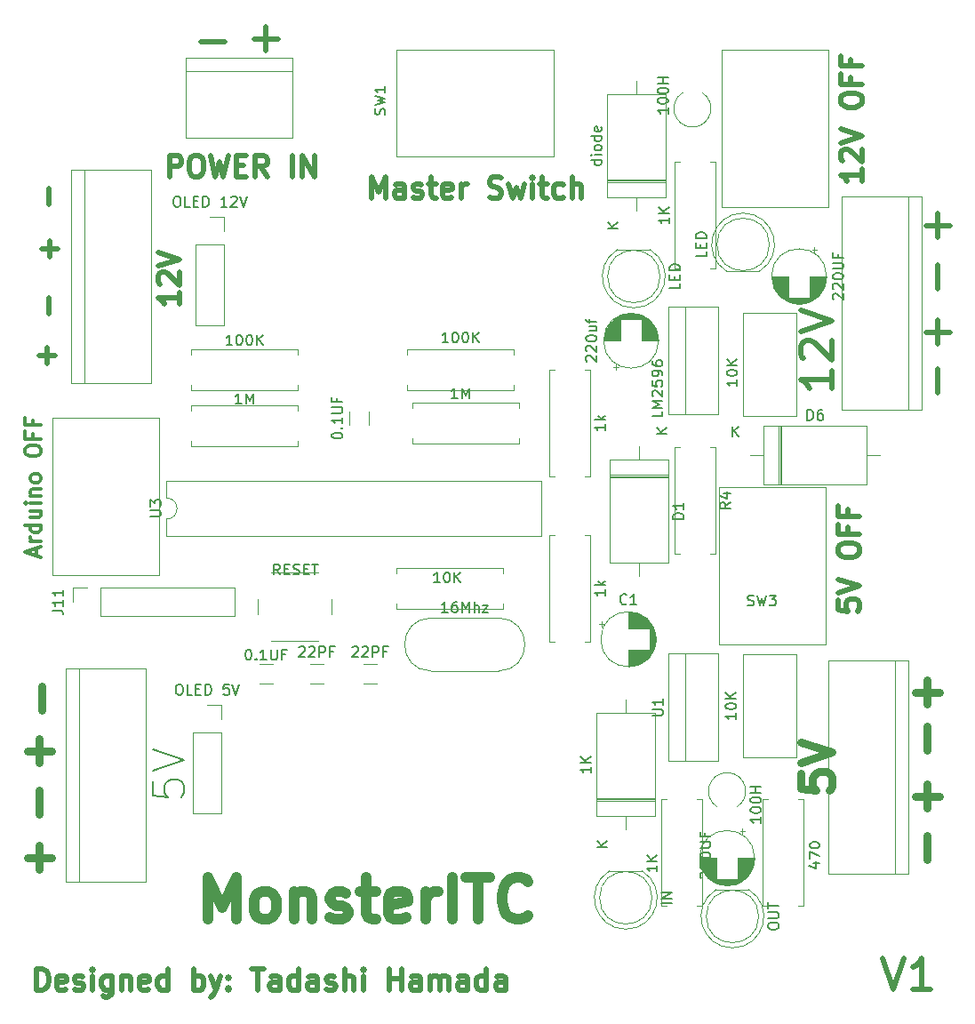
<source format=gbr>
G04 #@! TF.GenerationSoftware,KiCad,Pcbnew,(5.1.2)-2*
G04 #@! TF.CreationDate,2020-01-26T17:34:48+07:00*
G04 #@! TF.ProjectId,power_electronic,706f7765-725f-4656-9c65-6374726f6e69,rev?*
G04 #@! TF.SameCoordinates,Original*
G04 #@! TF.FileFunction,Legend,Top*
G04 #@! TF.FilePolarity,Positive*
%FSLAX46Y46*%
G04 Gerber Fmt 4.6, Leading zero omitted, Abs format (unit mm)*
G04 Created by KiCad (PCBNEW (5.1.2)-2) date 2020-01-26 17:34:48*
%MOMM*%
%LPD*%
G04 APERTURE LIST*
%ADD10C,0.500000*%
%ADD11C,0.750000*%
%ADD12C,1.000000*%
%ADD13C,0.120000*%
%ADD14C,0.375000*%
%ADD15C,0.150000*%
G04 APERTURE END LIST*
D10*
X86124666Y-139080761D02*
X86124666Y-137080761D01*
X86600857Y-137080761D01*
X86886571Y-137176000D01*
X87077047Y-137366476D01*
X87172285Y-137556952D01*
X87267523Y-137937904D01*
X87267523Y-138223619D01*
X87172285Y-138604571D01*
X87077047Y-138795047D01*
X86886571Y-138985523D01*
X86600857Y-139080761D01*
X86124666Y-139080761D01*
X88886571Y-138985523D02*
X88696095Y-139080761D01*
X88315142Y-139080761D01*
X88124666Y-138985523D01*
X88029428Y-138795047D01*
X88029428Y-138033142D01*
X88124666Y-137842666D01*
X88315142Y-137747428D01*
X88696095Y-137747428D01*
X88886571Y-137842666D01*
X88981809Y-138033142D01*
X88981809Y-138223619D01*
X88029428Y-138414095D01*
X89743714Y-138985523D02*
X89934190Y-139080761D01*
X90315142Y-139080761D01*
X90505619Y-138985523D01*
X90600857Y-138795047D01*
X90600857Y-138699809D01*
X90505619Y-138509333D01*
X90315142Y-138414095D01*
X90029428Y-138414095D01*
X89838952Y-138318857D01*
X89743714Y-138128380D01*
X89743714Y-138033142D01*
X89838952Y-137842666D01*
X90029428Y-137747428D01*
X90315142Y-137747428D01*
X90505619Y-137842666D01*
X91458000Y-139080761D02*
X91458000Y-137747428D01*
X91458000Y-137080761D02*
X91362761Y-137176000D01*
X91458000Y-137271238D01*
X91553238Y-137176000D01*
X91458000Y-137080761D01*
X91458000Y-137271238D01*
X93267523Y-137747428D02*
X93267523Y-139366476D01*
X93172285Y-139556952D01*
X93077047Y-139652190D01*
X92886571Y-139747428D01*
X92600857Y-139747428D01*
X92410380Y-139652190D01*
X93267523Y-138985523D02*
X93077047Y-139080761D01*
X92696095Y-139080761D01*
X92505619Y-138985523D01*
X92410380Y-138890285D01*
X92315142Y-138699809D01*
X92315142Y-138128380D01*
X92410380Y-137937904D01*
X92505619Y-137842666D01*
X92696095Y-137747428D01*
X93077047Y-137747428D01*
X93267523Y-137842666D01*
X94219904Y-137747428D02*
X94219904Y-139080761D01*
X94219904Y-137937904D02*
X94315142Y-137842666D01*
X94505619Y-137747428D01*
X94791333Y-137747428D01*
X94981809Y-137842666D01*
X95077047Y-138033142D01*
X95077047Y-139080761D01*
X96791333Y-138985523D02*
X96600857Y-139080761D01*
X96219904Y-139080761D01*
X96029428Y-138985523D01*
X95934190Y-138795047D01*
X95934190Y-138033142D01*
X96029428Y-137842666D01*
X96219904Y-137747428D01*
X96600857Y-137747428D01*
X96791333Y-137842666D01*
X96886571Y-138033142D01*
X96886571Y-138223619D01*
X95934190Y-138414095D01*
X98600857Y-139080761D02*
X98600857Y-137080761D01*
X98600857Y-138985523D02*
X98410380Y-139080761D01*
X98029428Y-139080761D01*
X97838952Y-138985523D01*
X97743714Y-138890285D01*
X97648476Y-138699809D01*
X97648476Y-138128380D01*
X97743714Y-137937904D01*
X97838952Y-137842666D01*
X98029428Y-137747428D01*
X98410380Y-137747428D01*
X98600857Y-137842666D01*
X101077047Y-139080761D02*
X101077047Y-137080761D01*
X101077047Y-137842666D02*
X101267523Y-137747428D01*
X101648476Y-137747428D01*
X101838952Y-137842666D01*
X101934190Y-137937904D01*
X102029428Y-138128380D01*
X102029428Y-138699809D01*
X101934190Y-138890285D01*
X101838952Y-138985523D01*
X101648476Y-139080761D01*
X101267523Y-139080761D01*
X101077047Y-138985523D01*
X102696095Y-137747428D02*
X103172285Y-139080761D01*
X103648476Y-137747428D02*
X103172285Y-139080761D01*
X102981809Y-139556952D01*
X102886571Y-139652190D01*
X102696095Y-139747428D01*
X104410380Y-138890285D02*
X104505619Y-138985523D01*
X104410380Y-139080761D01*
X104315142Y-138985523D01*
X104410380Y-138890285D01*
X104410380Y-139080761D01*
X104410380Y-137842666D02*
X104505619Y-137937904D01*
X104410380Y-138033142D01*
X104315142Y-137937904D01*
X104410380Y-137842666D01*
X104410380Y-138033142D01*
X106600857Y-137080761D02*
X107743714Y-137080761D01*
X107172285Y-139080761D02*
X107172285Y-137080761D01*
X109267523Y-139080761D02*
X109267523Y-138033142D01*
X109172285Y-137842666D01*
X108981809Y-137747428D01*
X108600857Y-137747428D01*
X108410380Y-137842666D01*
X109267523Y-138985523D02*
X109077047Y-139080761D01*
X108600857Y-139080761D01*
X108410380Y-138985523D01*
X108315142Y-138795047D01*
X108315142Y-138604571D01*
X108410380Y-138414095D01*
X108600857Y-138318857D01*
X109077047Y-138318857D01*
X109267523Y-138223619D01*
X111077047Y-139080761D02*
X111077047Y-137080761D01*
X111077047Y-138985523D02*
X110886571Y-139080761D01*
X110505619Y-139080761D01*
X110315142Y-138985523D01*
X110219904Y-138890285D01*
X110124666Y-138699809D01*
X110124666Y-138128380D01*
X110219904Y-137937904D01*
X110315142Y-137842666D01*
X110505619Y-137747428D01*
X110886571Y-137747428D01*
X111077047Y-137842666D01*
X112886571Y-139080761D02*
X112886571Y-138033142D01*
X112791333Y-137842666D01*
X112600857Y-137747428D01*
X112219904Y-137747428D01*
X112029428Y-137842666D01*
X112886571Y-138985523D02*
X112696095Y-139080761D01*
X112219904Y-139080761D01*
X112029428Y-138985523D01*
X111934190Y-138795047D01*
X111934190Y-138604571D01*
X112029428Y-138414095D01*
X112219904Y-138318857D01*
X112696095Y-138318857D01*
X112886571Y-138223619D01*
X113743714Y-138985523D02*
X113934190Y-139080761D01*
X114315142Y-139080761D01*
X114505619Y-138985523D01*
X114600857Y-138795047D01*
X114600857Y-138699809D01*
X114505619Y-138509333D01*
X114315142Y-138414095D01*
X114029428Y-138414095D01*
X113838952Y-138318857D01*
X113743714Y-138128380D01*
X113743714Y-138033142D01*
X113838952Y-137842666D01*
X114029428Y-137747428D01*
X114315142Y-137747428D01*
X114505619Y-137842666D01*
X115458000Y-139080761D02*
X115458000Y-137080761D01*
X116315142Y-139080761D02*
X116315142Y-138033142D01*
X116219904Y-137842666D01*
X116029428Y-137747428D01*
X115743714Y-137747428D01*
X115553238Y-137842666D01*
X115458000Y-137937904D01*
X117267523Y-139080761D02*
X117267523Y-137747428D01*
X117267523Y-137080761D02*
X117172285Y-137176000D01*
X117267523Y-137271238D01*
X117362761Y-137176000D01*
X117267523Y-137080761D01*
X117267523Y-137271238D01*
X119743714Y-139080761D02*
X119743714Y-137080761D01*
X119743714Y-138033142D02*
X120886571Y-138033142D01*
X120886571Y-139080761D02*
X120886571Y-137080761D01*
X122696095Y-139080761D02*
X122696095Y-138033142D01*
X122600857Y-137842666D01*
X122410380Y-137747428D01*
X122029428Y-137747428D01*
X121838952Y-137842666D01*
X122696095Y-138985523D02*
X122505619Y-139080761D01*
X122029428Y-139080761D01*
X121838952Y-138985523D01*
X121743714Y-138795047D01*
X121743714Y-138604571D01*
X121838952Y-138414095D01*
X122029428Y-138318857D01*
X122505619Y-138318857D01*
X122696095Y-138223619D01*
X123648476Y-139080761D02*
X123648476Y-137747428D01*
X123648476Y-137937904D02*
X123743714Y-137842666D01*
X123934190Y-137747428D01*
X124219904Y-137747428D01*
X124410380Y-137842666D01*
X124505619Y-138033142D01*
X124505619Y-139080761D01*
X124505619Y-138033142D02*
X124600857Y-137842666D01*
X124791333Y-137747428D01*
X125077047Y-137747428D01*
X125267523Y-137842666D01*
X125362761Y-138033142D01*
X125362761Y-139080761D01*
X127172285Y-139080761D02*
X127172285Y-138033142D01*
X127077047Y-137842666D01*
X126886571Y-137747428D01*
X126505619Y-137747428D01*
X126315142Y-137842666D01*
X127172285Y-138985523D02*
X126981809Y-139080761D01*
X126505619Y-139080761D01*
X126315142Y-138985523D01*
X126219904Y-138795047D01*
X126219904Y-138604571D01*
X126315142Y-138414095D01*
X126505619Y-138318857D01*
X126981809Y-138318857D01*
X127172285Y-138223619D01*
X128981809Y-139080761D02*
X128981809Y-137080761D01*
X128981809Y-138985523D02*
X128791333Y-139080761D01*
X128410380Y-139080761D01*
X128219904Y-138985523D01*
X128124666Y-138890285D01*
X128029428Y-138699809D01*
X128029428Y-138128380D01*
X128124666Y-137937904D01*
X128219904Y-137842666D01*
X128410380Y-137747428D01*
X128791333Y-137747428D01*
X128981809Y-137842666D01*
X130791333Y-139080761D02*
X130791333Y-138033142D01*
X130696095Y-137842666D01*
X130505619Y-137747428D01*
X130124666Y-137747428D01*
X129934190Y-137842666D01*
X130791333Y-138985523D02*
X130600857Y-139080761D01*
X130124666Y-139080761D01*
X129934190Y-138985523D01*
X129838952Y-138795047D01*
X129838952Y-138604571D01*
X129934190Y-138414095D01*
X130124666Y-138318857D01*
X130600857Y-138318857D01*
X130791333Y-138223619D01*
X166735428Y-136025142D02*
X167735428Y-139025142D01*
X168735428Y-136025142D01*
X171306857Y-139025142D02*
X169592571Y-139025142D01*
X170449714Y-139025142D02*
X170449714Y-136025142D01*
X170164000Y-136453714D01*
X169878285Y-136739428D01*
X169592571Y-136882285D01*
X106807142Y-48474285D02*
X109092857Y-48474285D01*
X107950000Y-49617142D02*
X107950000Y-47331428D01*
X101727142Y-48728285D02*
X104012857Y-48728285D01*
X86360095Y-78628857D02*
X87883904Y-78628857D01*
X87122000Y-79390761D02*
X87122000Y-77866952D01*
X87264857Y-74675904D02*
X87264857Y-73152095D01*
X86614095Y-68468857D02*
X88137904Y-68468857D01*
X87376000Y-69230761D02*
X87376000Y-67706952D01*
X87264857Y-64261904D02*
X87264857Y-62738095D01*
X118016000Y-63642761D02*
X118016000Y-61642761D01*
X118682666Y-63071333D01*
X119349333Y-61642761D01*
X119349333Y-63642761D01*
X121158857Y-63642761D02*
X121158857Y-62595142D01*
X121063619Y-62404666D01*
X120873142Y-62309428D01*
X120492190Y-62309428D01*
X120301714Y-62404666D01*
X121158857Y-63547523D02*
X120968380Y-63642761D01*
X120492190Y-63642761D01*
X120301714Y-63547523D01*
X120206476Y-63357047D01*
X120206476Y-63166571D01*
X120301714Y-62976095D01*
X120492190Y-62880857D01*
X120968380Y-62880857D01*
X121158857Y-62785619D01*
X122016000Y-63547523D02*
X122206476Y-63642761D01*
X122587428Y-63642761D01*
X122777904Y-63547523D01*
X122873142Y-63357047D01*
X122873142Y-63261809D01*
X122777904Y-63071333D01*
X122587428Y-62976095D01*
X122301714Y-62976095D01*
X122111238Y-62880857D01*
X122016000Y-62690380D01*
X122016000Y-62595142D01*
X122111238Y-62404666D01*
X122301714Y-62309428D01*
X122587428Y-62309428D01*
X122777904Y-62404666D01*
X123444571Y-62309428D02*
X124206476Y-62309428D01*
X123730285Y-61642761D02*
X123730285Y-63357047D01*
X123825523Y-63547523D01*
X124016000Y-63642761D01*
X124206476Y-63642761D01*
X125635047Y-63547523D02*
X125444571Y-63642761D01*
X125063619Y-63642761D01*
X124873142Y-63547523D01*
X124777904Y-63357047D01*
X124777904Y-62595142D01*
X124873142Y-62404666D01*
X125063619Y-62309428D01*
X125444571Y-62309428D01*
X125635047Y-62404666D01*
X125730285Y-62595142D01*
X125730285Y-62785619D01*
X124777904Y-62976095D01*
X126587428Y-63642761D02*
X126587428Y-62309428D01*
X126587428Y-62690380D02*
X126682666Y-62499904D01*
X126777904Y-62404666D01*
X126968380Y-62309428D01*
X127158857Y-62309428D01*
X129254095Y-63547523D02*
X129539809Y-63642761D01*
X130016000Y-63642761D01*
X130206476Y-63547523D01*
X130301714Y-63452285D01*
X130396952Y-63261809D01*
X130396952Y-63071333D01*
X130301714Y-62880857D01*
X130206476Y-62785619D01*
X130016000Y-62690380D01*
X129635047Y-62595142D01*
X129444571Y-62499904D01*
X129349333Y-62404666D01*
X129254095Y-62214190D01*
X129254095Y-62023714D01*
X129349333Y-61833238D01*
X129444571Y-61738000D01*
X129635047Y-61642761D01*
X130111238Y-61642761D01*
X130396952Y-61738000D01*
X131063619Y-62309428D02*
X131444571Y-63642761D01*
X131825523Y-62690380D01*
X132206476Y-63642761D01*
X132587428Y-62309428D01*
X133349333Y-63642761D02*
X133349333Y-62309428D01*
X133349333Y-61642761D02*
X133254095Y-61738000D01*
X133349333Y-61833238D01*
X133444571Y-61738000D01*
X133349333Y-61642761D01*
X133349333Y-61833238D01*
X134016000Y-62309428D02*
X134777904Y-62309428D01*
X134301714Y-61642761D02*
X134301714Y-63357047D01*
X134396952Y-63547523D01*
X134587428Y-63642761D01*
X134777904Y-63642761D01*
X136301714Y-63547523D02*
X136111238Y-63642761D01*
X135730285Y-63642761D01*
X135539809Y-63547523D01*
X135444571Y-63452285D01*
X135349333Y-63261809D01*
X135349333Y-62690380D01*
X135444571Y-62499904D01*
X135539809Y-62404666D01*
X135730285Y-62309428D01*
X136111238Y-62309428D01*
X136301714Y-62404666D01*
X137158857Y-63642761D02*
X137158857Y-61642761D01*
X138016000Y-63642761D02*
X138016000Y-62595142D01*
X137920761Y-62404666D01*
X137730285Y-62309428D01*
X137444571Y-62309428D01*
X137254095Y-62404666D01*
X137158857Y-62499904D01*
X170815142Y-66254285D02*
X173100857Y-66254285D01*
X171958000Y-67397142D02*
X171958000Y-65111428D01*
X171918285Y-72262857D02*
X171918285Y-69977142D01*
X170815142Y-76414285D02*
X173100857Y-76414285D01*
X171958000Y-77557142D02*
X171958000Y-75271428D01*
X171918285Y-82168857D02*
X171918285Y-79883142D01*
X162480761Y-101948761D02*
X162480761Y-102901142D01*
X163433142Y-102996380D01*
X163337904Y-102901142D01*
X163242666Y-102710666D01*
X163242666Y-102234476D01*
X163337904Y-102044000D01*
X163433142Y-101948761D01*
X163623619Y-101853523D01*
X164099809Y-101853523D01*
X164290285Y-101948761D01*
X164385523Y-102044000D01*
X164480761Y-102234476D01*
X164480761Y-102710666D01*
X164385523Y-102901142D01*
X164290285Y-102996380D01*
X162480761Y-101282095D02*
X164480761Y-100615428D01*
X162480761Y-99948761D01*
X162480761Y-97377333D02*
X162480761Y-96996380D01*
X162576000Y-96805904D01*
X162766476Y-96615428D01*
X163147428Y-96520190D01*
X163814095Y-96520190D01*
X164195047Y-96615428D01*
X164385523Y-96805904D01*
X164480761Y-96996380D01*
X164480761Y-97377333D01*
X164385523Y-97567809D01*
X164195047Y-97758285D01*
X163814095Y-97853523D01*
X163147428Y-97853523D01*
X162766476Y-97758285D01*
X162576000Y-97567809D01*
X162480761Y-97377333D01*
X163433142Y-94996380D02*
X163433142Y-95663047D01*
X164480761Y-95663047D02*
X162480761Y-95663047D01*
X162480761Y-94710666D01*
X163433142Y-93282095D02*
X163433142Y-93948761D01*
X164480761Y-93948761D02*
X162480761Y-93948761D01*
X162480761Y-92996380D01*
D11*
X170902285Y-126618857D02*
X170902285Y-124333142D01*
X169799142Y-120610285D02*
X172084857Y-120610285D01*
X170942000Y-121753142D02*
X170942000Y-119467428D01*
X169799142Y-110704285D02*
X172084857Y-110704285D01*
X170942000Y-111847142D02*
X170942000Y-109561428D01*
X170902285Y-116204857D02*
X170902285Y-113919142D01*
X85217142Y-126452285D02*
X87502857Y-126452285D01*
X86360000Y-127595142D02*
X86360000Y-125309428D01*
X86320285Y-122300857D02*
X86320285Y-120015142D01*
X85217142Y-116292285D02*
X87502857Y-116292285D01*
X86360000Y-117435142D02*
X86360000Y-115149428D01*
X86574285Y-112394857D02*
X86574285Y-110109142D01*
D12*
X102459142Y-132365523D02*
X102459142Y-128365523D01*
X103792476Y-131222666D01*
X105125809Y-128365523D01*
X105125809Y-132365523D01*
X107602000Y-132365523D02*
X107221047Y-132175047D01*
X107030571Y-131984571D01*
X106840095Y-131603619D01*
X106840095Y-130460761D01*
X107030571Y-130079809D01*
X107221047Y-129889333D01*
X107602000Y-129698857D01*
X108173428Y-129698857D01*
X108554380Y-129889333D01*
X108744857Y-130079809D01*
X108935333Y-130460761D01*
X108935333Y-131603619D01*
X108744857Y-131984571D01*
X108554380Y-132175047D01*
X108173428Y-132365523D01*
X107602000Y-132365523D01*
X110649619Y-129698857D02*
X110649619Y-132365523D01*
X110649619Y-130079809D02*
X110840095Y-129889333D01*
X111221047Y-129698857D01*
X111792476Y-129698857D01*
X112173428Y-129889333D01*
X112363904Y-130270285D01*
X112363904Y-132365523D01*
X114078190Y-132175047D02*
X114459142Y-132365523D01*
X115221047Y-132365523D01*
X115602000Y-132175047D01*
X115792476Y-131794095D01*
X115792476Y-131603619D01*
X115602000Y-131222666D01*
X115221047Y-131032190D01*
X114649619Y-131032190D01*
X114268666Y-130841714D01*
X114078190Y-130460761D01*
X114078190Y-130270285D01*
X114268666Y-129889333D01*
X114649619Y-129698857D01*
X115221047Y-129698857D01*
X115602000Y-129889333D01*
X116935333Y-129698857D02*
X118459142Y-129698857D01*
X117506761Y-128365523D02*
X117506761Y-131794095D01*
X117697238Y-132175047D01*
X118078190Y-132365523D01*
X118459142Y-132365523D01*
X121316285Y-132175047D02*
X120935333Y-132365523D01*
X120173428Y-132365523D01*
X119792476Y-132175047D01*
X119602000Y-131794095D01*
X119602000Y-130270285D01*
X119792476Y-129889333D01*
X120173428Y-129698857D01*
X120935333Y-129698857D01*
X121316285Y-129889333D01*
X121506761Y-130270285D01*
X121506761Y-130651238D01*
X119602000Y-131032190D01*
X123221047Y-132365523D02*
X123221047Y-129698857D01*
X123221047Y-130460761D02*
X123411523Y-130079809D01*
X123602000Y-129889333D01*
X123982952Y-129698857D01*
X124363904Y-129698857D01*
X125697238Y-132365523D02*
X125697238Y-128365523D01*
X127030571Y-128365523D02*
X129316285Y-128365523D01*
X128173428Y-132365523D02*
X128173428Y-128365523D01*
X132935333Y-131984571D02*
X132744857Y-132175047D01*
X132173428Y-132365523D01*
X131792476Y-132365523D01*
X131221047Y-132175047D01*
X130840095Y-131794095D01*
X130649619Y-131413142D01*
X130459142Y-130651238D01*
X130459142Y-130079809D01*
X130649619Y-129317904D01*
X130840095Y-128936952D01*
X131221047Y-128556000D01*
X131792476Y-128365523D01*
X132173428Y-128365523D01*
X132744857Y-128556000D01*
X132935333Y-128746476D01*
D13*
X87630000Y-84582000D02*
X97630000Y-84582000D01*
X87630000Y-84582000D02*
X87630000Y-99568000D01*
X87630000Y-99568000D02*
X97790000Y-99568000D01*
X97790000Y-99568000D02*
X97790000Y-84582000D01*
X97790000Y-84582000D02*
X97630000Y-84582000D01*
X145098000Y-105664000D02*
G75*
G03X145098000Y-105664000I-2620000J0D01*
G01*
X142478000Y-106704000D02*
X142478000Y-108244000D01*
X142478000Y-103084000D02*
X142478000Y-104624000D01*
X142518000Y-106704000D02*
X142518000Y-108244000D01*
X142518000Y-103084000D02*
X142518000Y-104624000D01*
X142558000Y-103085000D02*
X142558000Y-104624000D01*
X142558000Y-106704000D02*
X142558000Y-108243000D01*
X142598000Y-103086000D02*
X142598000Y-104624000D01*
X142598000Y-106704000D02*
X142598000Y-108242000D01*
X142638000Y-103088000D02*
X142638000Y-104624000D01*
X142638000Y-106704000D02*
X142638000Y-108240000D01*
X142678000Y-103091000D02*
X142678000Y-104624000D01*
X142678000Y-106704000D02*
X142678000Y-108237000D01*
X142718000Y-103095000D02*
X142718000Y-104624000D01*
X142718000Y-106704000D02*
X142718000Y-108233000D01*
X142758000Y-103099000D02*
X142758000Y-104624000D01*
X142758000Y-106704000D02*
X142758000Y-108229000D01*
X142798000Y-103103000D02*
X142798000Y-104624000D01*
X142798000Y-106704000D02*
X142798000Y-108225000D01*
X142838000Y-103108000D02*
X142838000Y-104624000D01*
X142838000Y-106704000D02*
X142838000Y-108220000D01*
X142878000Y-103114000D02*
X142878000Y-104624000D01*
X142878000Y-106704000D02*
X142878000Y-108214000D01*
X142918000Y-103121000D02*
X142918000Y-104624000D01*
X142918000Y-106704000D02*
X142918000Y-108207000D01*
X142958000Y-103128000D02*
X142958000Y-104624000D01*
X142958000Y-106704000D02*
X142958000Y-108200000D01*
X142998000Y-103136000D02*
X142998000Y-104624000D01*
X142998000Y-106704000D02*
X142998000Y-108192000D01*
X143038000Y-103144000D02*
X143038000Y-104624000D01*
X143038000Y-106704000D02*
X143038000Y-108184000D01*
X143078000Y-103153000D02*
X143078000Y-104624000D01*
X143078000Y-106704000D02*
X143078000Y-108175000D01*
X143118000Y-103163000D02*
X143118000Y-104624000D01*
X143118000Y-106704000D02*
X143118000Y-108165000D01*
X143158000Y-103173000D02*
X143158000Y-104624000D01*
X143158000Y-106704000D02*
X143158000Y-108155000D01*
X143199000Y-103184000D02*
X143199000Y-104624000D01*
X143199000Y-106704000D02*
X143199000Y-108144000D01*
X143239000Y-103196000D02*
X143239000Y-104624000D01*
X143239000Y-106704000D02*
X143239000Y-108132000D01*
X143279000Y-103209000D02*
X143279000Y-104624000D01*
X143279000Y-106704000D02*
X143279000Y-108119000D01*
X143319000Y-103222000D02*
X143319000Y-104624000D01*
X143319000Y-106704000D02*
X143319000Y-108106000D01*
X143359000Y-103236000D02*
X143359000Y-104624000D01*
X143359000Y-106704000D02*
X143359000Y-108092000D01*
X143399000Y-103250000D02*
X143399000Y-104624000D01*
X143399000Y-106704000D02*
X143399000Y-108078000D01*
X143439000Y-103266000D02*
X143439000Y-104624000D01*
X143439000Y-106704000D02*
X143439000Y-108062000D01*
X143479000Y-103282000D02*
X143479000Y-104624000D01*
X143479000Y-106704000D02*
X143479000Y-108046000D01*
X143519000Y-103299000D02*
X143519000Y-104624000D01*
X143519000Y-106704000D02*
X143519000Y-108029000D01*
X143559000Y-103316000D02*
X143559000Y-104624000D01*
X143559000Y-106704000D02*
X143559000Y-108012000D01*
X143599000Y-103335000D02*
X143599000Y-104624000D01*
X143599000Y-106704000D02*
X143599000Y-107993000D01*
X143639000Y-103354000D02*
X143639000Y-104624000D01*
X143639000Y-106704000D02*
X143639000Y-107974000D01*
X143679000Y-103374000D02*
X143679000Y-104624000D01*
X143679000Y-106704000D02*
X143679000Y-107954000D01*
X143719000Y-103396000D02*
X143719000Y-104624000D01*
X143719000Y-106704000D02*
X143719000Y-107932000D01*
X143759000Y-103417000D02*
X143759000Y-104624000D01*
X143759000Y-106704000D02*
X143759000Y-107911000D01*
X143799000Y-103440000D02*
X143799000Y-104624000D01*
X143799000Y-106704000D02*
X143799000Y-107888000D01*
X143839000Y-103464000D02*
X143839000Y-104624000D01*
X143839000Y-106704000D02*
X143839000Y-107864000D01*
X143879000Y-103489000D02*
X143879000Y-104624000D01*
X143879000Y-106704000D02*
X143879000Y-107839000D01*
X143919000Y-103515000D02*
X143919000Y-104624000D01*
X143919000Y-106704000D02*
X143919000Y-107813000D01*
X143959000Y-103542000D02*
X143959000Y-104624000D01*
X143959000Y-106704000D02*
X143959000Y-107786000D01*
X143999000Y-103569000D02*
X143999000Y-104624000D01*
X143999000Y-106704000D02*
X143999000Y-107759000D01*
X144039000Y-103599000D02*
X144039000Y-104624000D01*
X144039000Y-106704000D02*
X144039000Y-107729000D01*
X144079000Y-103629000D02*
X144079000Y-104624000D01*
X144079000Y-106704000D02*
X144079000Y-107699000D01*
X144119000Y-103660000D02*
X144119000Y-104624000D01*
X144119000Y-106704000D02*
X144119000Y-107668000D01*
X144159000Y-103693000D02*
X144159000Y-104624000D01*
X144159000Y-106704000D02*
X144159000Y-107635000D01*
X144199000Y-103727000D02*
X144199000Y-104624000D01*
X144199000Y-106704000D02*
X144199000Y-107601000D01*
X144239000Y-103763000D02*
X144239000Y-104624000D01*
X144239000Y-106704000D02*
X144239000Y-107565000D01*
X144279000Y-103800000D02*
X144279000Y-104624000D01*
X144279000Y-106704000D02*
X144279000Y-107528000D01*
X144319000Y-103838000D02*
X144319000Y-104624000D01*
X144319000Y-106704000D02*
X144319000Y-107490000D01*
X144359000Y-103879000D02*
X144359000Y-104624000D01*
X144359000Y-106704000D02*
X144359000Y-107449000D01*
X144399000Y-103921000D02*
X144399000Y-104624000D01*
X144399000Y-106704000D02*
X144399000Y-107407000D01*
X144439000Y-103965000D02*
X144439000Y-104624000D01*
X144439000Y-106704000D02*
X144439000Y-107363000D01*
X144479000Y-104011000D02*
X144479000Y-104624000D01*
X144479000Y-106704000D02*
X144479000Y-107317000D01*
X144519000Y-104059000D02*
X144519000Y-107269000D01*
X144559000Y-104110000D02*
X144559000Y-107218000D01*
X144599000Y-104164000D02*
X144599000Y-107164000D01*
X144639000Y-104221000D02*
X144639000Y-107107000D01*
X144679000Y-104281000D02*
X144679000Y-107047000D01*
X144719000Y-104345000D02*
X144719000Y-106983000D01*
X144759000Y-104413000D02*
X144759000Y-106915000D01*
X144799000Y-104486000D02*
X144799000Y-106842000D01*
X144839000Y-104566000D02*
X144839000Y-106762000D01*
X144879000Y-104653000D02*
X144879000Y-106675000D01*
X144919000Y-104749000D02*
X144919000Y-106579000D01*
X144959000Y-104859000D02*
X144959000Y-106469000D01*
X144999000Y-104987000D02*
X144999000Y-106341000D01*
X145039000Y-105146000D02*
X145039000Y-106182000D01*
X145079000Y-105380000D02*
X145079000Y-105948000D01*
X139673225Y-104189000D02*
X140173225Y-104189000D01*
X139923225Y-103939000D02*
X139923225Y-104439000D01*
X141023000Y-79786775D02*
X141523000Y-79786775D01*
X141273000Y-80036775D02*
X141273000Y-79536775D01*
X142464000Y-74631000D02*
X143032000Y-74631000D01*
X142230000Y-74671000D02*
X143266000Y-74671000D01*
X142071000Y-74711000D02*
X143425000Y-74711000D01*
X141943000Y-74751000D02*
X143553000Y-74751000D01*
X141833000Y-74791000D02*
X143663000Y-74791000D01*
X141737000Y-74831000D02*
X143759000Y-74831000D01*
X141650000Y-74871000D02*
X143846000Y-74871000D01*
X141570000Y-74911000D02*
X143926000Y-74911000D01*
X141497000Y-74951000D02*
X143999000Y-74951000D01*
X141429000Y-74991000D02*
X144067000Y-74991000D01*
X141365000Y-75031000D02*
X144131000Y-75031000D01*
X141305000Y-75071000D02*
X144191000Y-75071000D01*
X141248000Y-75111000D02*
X144248000Y-75111000D01*
X141194000Y-75151000D02*
X144302000Y-75151000D01*
X141143000Y-75191000D02*
X144353000Y-75191000D01*
X143788000Y-75231000D02*
X144401000Y-75231000D01*
X141095000Y-75231000D02*
X141708000Y-75231000D01*
X143788000Y-75271000D02*
X144447000Y-75271000D01*
X141049000Y-75271000D02*
X141708000Y-75271000D01*
X143788000Y-75311000D02*
X144491000Y-75311000D01*
X141005000Y-75311000D02*
X141708000Y-75311000D01*
X143788000Y-75351000D02*
X144533000Y-75351000D01*
X140963000Y-75351000D02*
X141708000Y-75351000D01*
X143788000Y-75391000D02*
X144574000Y-75391000D01*
X140922000Y-75391000D02*
X141708000Y-75391000D01*
X143788000Y-75431000D02*
X144612000Y-75431000D01*
X140884000Y-75431000D02*
X141708000Y-75431000D01*
X143788000Y-75471000D02*
X144649000Y-75471000D01*
X140847000Y-75471000D02*
X141708000Y-75471000D01*
X143788000Y-75511000D02*
X144685000Y-75511000D01*
X140811000Y-75511000D02*
X141708000Y-75511000D01*
X143788000Y-75551000D02*
X144719000Y-75551000D01*
X140777000Y-75551000D02*
X141708000Y-75551000D01*
X143788000Y-75591000D02*
X144752000Y-75591000D01*
X140744000Y-75591000D02*
X141708000Y-75591000D01*
X143788000Y-75631000D02*
X144783000Y-75631000D01*
X140713000Y-75631000D02*
X141708000Y-75631000D01*
X143788000Y-75671000D02*
X144813000Y-75671000D01*
X140683000Y-75671000D02*
X141708000Y-75671000D01*
X143788000Y-75711000D02*
X144843000Y-75711000D01*
X140653000Y-75711000D02*
X141708000Y-75711000D01*
X143788000Y-75751000D02*
X144870000Y-75751000D01*
X140626000Y-75751000D02*
X141708000Y-75751000D01*
X143788000Y-75791000D02*
X144897000Y-75791000D01*
X140599000Y-75791000D02*
X141708000Y-75791000D01*
X143788000Y-75831000D02*
X144923000Y-75831000D01*
X140573000Y-75831000D02*
X141708000Y-75831000D01*
X143788000Y-75871000D02*
X144948000Y-75871000D01*
X140548000Y-75871000D02*
X141708000Y-75871000D01*
X143788000Y-75911000D02*
X144972000Y-75911000D01*
X140524000Y-75911000D02*
X141708000Y-75911000D01*
X143788000Y-75951000D02*
X144995000Y-75951000D01*
X140501000Y-75951000D02*
X141708000Y-75951000D01*
X143788000Y-75991000D02*
X145016000Y-75991000D01*
X140480000Y-75991000D02*
X141708000Y-75991000D01*
X143788000Y-76031000D02*
X145038000Y-76031000D01*
X140458000Y-76031000D02*
X141708000Y-76031000D01*
X143788000Y-76071000D02*
X145058000Y-76071000D01*
X140438000Y-76071000D02*
X141708000Y-76071000D01*
X143788000Y-76111000D02*
X145077000Y-76111000D01*
X140419000Y-76111000D02*
X141708000Y-76111000D01*
X143788000Y-76151000D02*
X145096000Y-76151000D01*
X140400000Y-76151000D02*
X141708000Y-76151000D01*
X143788000Y-76191000D02*
X145113000Y-76191000D01*
X140383000Y-76191000D02*
X141708000Y-76191000D01*
X143788000Y-76231000D02*
X145130000Y-76231000D01*
X140366000Y-76231000D02*
X141708000Y-76231000D01*
X143788000Y-76271000D02*
X145146000Y-76271000D01*
X140350000Y-76271000D02*
X141708000Y-76271000D01*
X143788000Y-76311000D02*
X145162000Y-76311000D01*
X140334000Y-76311000D02*
X141708000Y-76311000D01*
X143788000Y-76351000D02*
X145176000Y-76351000D01*
X140320000Y-76351000D02*
X141708000Y-76351000D01*
X143788000Y-76391000D02*
X145190000Y-76391000D01*
X140306000Y-76391000D02*
X141708000Y-76391000D01*
X143788000Y-76431000D02*
X145203000Y-76431000D01*
X140293000Y-76431000D02*
X141708000Y-76431000D01*
X143788000Y-76471000D02*
X145216000Y-76471000D01*
X140280000Y-76471000D02*
X141708000Y-76471000D01*
X143788000Y-76511000D02*
X145228000Y-76511000D01*
X140268000Y-76511000D02*
X141708000Y-76511000D01*
X143788000Y-76552000D02*
X145239000Y-76552000D01*
X140257000Y-76552000D02*
X141708000Y-76552000D01*
X143788000Y-76592000D02*
X145249000Y-76592000D01*
X140247000Y-76592000D02*
X141708000Y-76592000D01*
X143788000Y-76632000D02*
X145259000Y-76632000D01*
X140237000Y-76632000D02*
X141708000Y-76632000D01*
X143788000Y-76672000D02*
X145268000Y-76672000D01*
X140228000Y-76672000D02*
X141708000Y-76672000D01*
X143788000Y-76712000D02*
X145276000Y-76712000D01*
X140220000Y-76712000D02*
X141708000Y-76712000D01*
X143788000Y-76752000D02*
X145284000Y-76752000D01*
X140212000Y-76752000D02*
X141708000Y-76752000D01*
X143788000Y-76792000D02*
X145291000Y-76792000D01*
X140205000Y-76792000D02*
X141708000Y-76792000D01*
X143788000Y-76832000D02*
X145298000Y-76832000D01*
X140198000Y-76832000D02*
X141708000Y-76832000D01*
X143788000Y-76872000D02*
X145304000Y-76872000D01*
X140192000Y-76872000D02*
X141708000Y-76872000D01*
X143788000Y-76912000D02*
X145309000Y-76912000D01*
X140187000Y-76912000D02*
X141708000Y-76912000D01*
X143788000Y-76952000D02*
X145313000Y-76952000D01*
X140183000Y-76952000D02*
X141708000Y-76952000D01*
X143788000Y-76992000D02*
X145317000Y-76992000D01*
X140179000Y-76992000D02*
X141708000Y-76992000D01*
X143788000Y-77032000D02*
X145321000Y-77032000D01*
X140175000Y-77032000D02*
X141708000Y-77032000D01*
X143788000Y-77072000D02*
X145324000Y-77072000D01*
X140172000Y-77072000D02*
X141708000Y-77072000D01*
X143788000Y-77112000D02*
X145326000Y-77112000D01*
X140170000Y-77112000D02*
X141708000Y-77112000D01*
X143788000Y-77152000D02*
X145327000Y-77152000D01*
X140169000Y-77152000D02*
X141708000Y-77152000D01*
X140168000Y-77192000D02*
X141708000Y-77192000D01*
X143788000Y-77192000D02*
X145328000Y-77192000D01*
X140168000Y-77232000D02*
X141708000Y-77232000D01*
X143788000Y-77232000D02*
X145328000Y-77232000D01*
X145368000Y-77232000D02*
G75*
G03X145368000Y-77232000I-2620000J0D01*
G01*
X153617000Y-123953225D02*
X153117000Y-123953225D01*
X153367000Y-123703225D02*
X153367000Y-124203225D01*
X152176000Y-129109000D02*
X151608000Y-129109000D01*
X152410000Y-129069000D02*
X151374000Y-129069000D01*
X152569000Y-129029000D02*
X151215000Y-129029000D01*
X152697000Y-128989000D02*
X151087000Y-128989000D01*
X152807000Y-128949000D02*
X150977000Y-128949000D01*
X152903000Y-128909000D02*
X150881000Y-128909000D01*
X152990000Y-128869000D02*
X150794000Y-128869000D01*
X153070000Y-128829000D02*
X150714000Y-128829000D01*
X153143000Y-128789000D02*
X150641000Y-128789000D01*
X153211000Y-128749000D02*
X150573000Y-128749000D01*
X153275000Y-128709000D02*
X150509000Y-128709000D01*
X153335000Y-128669000D02*
X150449000Y-128669000D01*
X153392000Y-128629000D02*
X150392000Y-128629000D01*
X153446000Y-128589000D02*
X150338000Y-128589000D01*
X153497000Y-128549000D02*
X150287000Y-128549000D01*
X150852000Y-128509000D02*
X150239000Y-128509000D01*
X153545000Y-128509000D02*
X152932000Y-128509000D01*
X150852000Y-128469000D02*
X150193000Y-128469000D01*
X153591000Y-128469000D02*
X152932000Y-128469000D01*
X150852000Y-128429000D02*
X150149000Y-128429000D01*
X153635000Y-128429000D02*
X152932000Y-128429000D01*
X150852000Y-128389000D02*
X150107000Y-128389000D01*
X153677000Y-128389000D02*
X152932000Y-128389000D01*
X150852000Y-128349000D02*
X150066000Y-128349000D01*
X153718000Y-128349000D02*
X152932000Y-128349000D01*
X150852000Y-128309000D02*
X150028000Y-128309000D01*
X153756000Y-128309000D02*
X152932000Y-128309000D01*
X150852000Y-128269000D02*
X149991000Y-128269000D01*
X153793000Y-128269000D02*
X152932000Y-128269000D01*
X150852000Y-128229000D02*
X149955000Y-128229000D01*
X153829000Y-128229000D02*
X152932000Y-128229000D01*
X150852000Y-128189000D02*
X149921000Y-128189000D01*
X153863000Y-128189000D02*
X152932000Y-128189000D01*
X150852000Y-128149000D02*
X149888000Y-128149000D01*
X153896000Y-128149000D02*
X152932000Y-128149000D01*
X150852000Y-128109000D02*
X149857000Y-128109000D01*
X153927000Y-128109000D02*
X152932000Y-128109000D01*
X150852000Y-128069000D02*
X149827000Y-128069000D01*
X153957000Y-128069000D02*
X152932000Y-128069000D01*
X150852000Y-128029000D02*
X149797000Y-128029000D01*
X153987000Y-128029000D02*
X152932000Y-128029000D01*
X150852000Y-127989000D02*
X149770000Y-127989000D01*
X154014000Y-127989000D02*
X152932000Y-127989000D01*
X150852000Y-127949000D02*
X149743000Y-127949000D01*
X154041000Y-127949000D02*
X152932000Y-127949000D01*
X150852000Y-127909000D02*
X149717000Y-127909000D01*
X154067000Y-127909000D02*
X152932000Y-127909000D01*
X150852000Y-127869000D02*
X149692000Y-127869000D01*
X154092000Y-127869000D02*
X152932000Y-127869000D01*
X150852000Y-127829000D02*
X149668000Y-127829000D01*
X154116000Y-127829000D02*
X152932000Y-127829000D01*
X150852000Y-127789000D02*
X149645000Y-127789000D01*
X154139000Y-127789000D02*
X152932000Y-127789000D01*
X150852000Y-127749000D02*
X149624000Y-127749000D01*
X154160000Y-127749000D02*
X152932000Y-127749000D01*
X150852000Y-127709000D02*
X149602000Y-127709000D01*
X154182000Y-127709000D02*
X152932000Y-127709000D01*
X150852000Y-127669000D02*
X149582000Y-127669000D01*
X154202000Y-127669000D02*
X152932000Y-127669000D01*
X150852000Y-127629000D02*
X149563000Y-127629000D01*
X154221000Y-127629000D02*
X152932000Y-127629000D01*
X150852000Y-127589000D02*
X149544000Y-127589000D01*
X154240000Y-127589000D02*
X152932000Y-127589000D01*
X150852000Y-127549000D02*
X149527000Y-127549000D01*
X154257000Y-127549000D02*
X152932000Y-127549000D01*
X150852000Y-127509000D02*
X149510000Y-127509000D01*
X154274000Y-127509000D02*
X152932000Y-127509000D01*
X150852000Y-127469000D02*
X149494000Y-127469000D01*
X154290000Y-127469000D02*
X152932000Y-127469000D01*
X150852000Y-127429000D02*
X149478000Y-127429000D01*
X154306000Y-127429000D02*
X152932000Y-127429000D01*
X150852000Y-127389000D02*
X149464000Y-127389000D01*
X154320000Y-127389000D02*
X152932000Y-127389000D01*
X150852000Y-127349000D02*
X149450000Y-127349000D01*
X154334000Y-127349000D02*
X152932000Y-127349000D01*
X150852000Y-127309000D02*
X149437000Y-127309000D01*
X154347000Y-127309000D02*
X152932000Y-127309000D01*
X150852000Y-127269000D02*
X149424000Y-127269000D01*
X154360000Y-127269000D02*
X152932000Y-127269000D01*
X150852000Y-127229000D02*
X149412000Y-127229000D01*
X154372000Y-127229000D02*
X152932000Y-127229000D01*
X150852000Y-127188000D02*
X149401000Y-127188000D01*
X154383000Y-127188000D02*
X152932000Y-127188000D01*
X150852000Y-127148000D02*
X149391000Y-127148000D01*
X154393000Y-127148000D02*
X152932000Y-127148000D01*
X150852000Y-127108000D02*
X149381000Y-127108000D01*
X154403000Y-127108000D02*
X152932000Y-127108000D01*
X150852000Y-127068000D02*
X149372000Y-127068000D01*
X154412000Y-127068000D02*
X152932000Y-127068000D01*
X150852000Y-127028000D02*
X149364000Y-127028000D01*
X154420000Y-127028000D02*
X152932000Y-127028000D01*
X150852000Y-126988000D02*
X149356000Y-126988000D01*
X154428000Y-126988000D02*
X152932000Y-126988000D01*
X150852000Y-126948000D02*
X149349000Y-126948000D01*
X154435000Y-126948000D02*
X152932000Y-126948000D01*
X150852000Y-126908000D02*
X149342000Y-126908000D01*
X154442000Y-126908000D02*
X152932000Y-126908000D01*
X150852000Y-126868000D02*
X149336000Y-126868000D01*
X154448000Y-126868000D02*
X152932000Y-126868000D01*
X150852000Y-126828000D02*
X149331000Y-126828000D01*
X154453000Y-126828000D02*
X152932000Y-126828000D01*
X150852000Y-126788000D02*
X149327000Y-126788000D01*
X154457000Y-126788000D02*
X152932000Y-126788000D01*
X150852000Y-126748000D02*
X149323000Y-126748000D01*
X154461000Y-126748000D02*
X152932000Y-126748000D01*
X150852000Y-126708000D02*
X149319000Y-126708000D01*
X154465000Y-126708000D02*
X152932000Y-126708000D01*
X150852000Y-126668000D02*
X149316000Y-126668000D01*
X154468000Y-126668000D02*
X152932000Y-126668000D01*
X150852000Y-126628000D02*
X149314000Y-126628000D01*
X154470000Y-126628000D02*
X152932000Y-126628000D01*
X150852000Y-126588000D02*
X149313000Y-126588000D01*
X154471000Y-126588000D02*
X152932000Y-126588000D01*
X154472000Y-126548000D02*
X152932000Y-126548000D01*
X150852000Y-126548000D02*
X149312000Y-126548000D01*
X154472000Y-126508000D02*
X152932000Y-126508000D01*
X150852000Y-126508000D02*
X149312000Y-126508000D01*
X154512000Y-126508000D02*
G75*
G03X154512000Y-126508000I-2620000J0D01*
G01*
X161370000Y-71104000D02*
G75*
G03X161370000Y-71104000I-2620000J0D01*
G01*
X157710000Y-71104000D02*
X156170000Y-71104000D01*
X161330000Y-71104000D02*
X159790000Y-71104000D01*
X157710000Y-71144000D02*
X156170000Y-71144000D01*
X161330000Y-71144000D02*
X159790000Y-71144000D01*
X161329000Y-71184000D02*
X159790000Y-71184000D01*
X157710000Y-71184000D02*
X156171000Y-71184000D01*
X161328000Y-71224000D02*
X159790000Y-71224000D01*
X157710000Y-71224000D02*
X156172000Y-71224000D01*
X161326000Y-71264000D02*
X159790000Y-71264000D01*
X157710000Y-71264000D02*
X156174000Y-71264000D01*
X161323000Y-71304000D02*
X159790000Y-71304000D01*
X157710000Y-71304000D02*
X156177000Y-71304000D01*
X161319000Y-71344000D02*
X159790000Y-71344000D01*
X157710000Y-71344000D02*
X156181000Y-71344000D01*
X161315000Y-71384000D02*
X159790000Y-71384000D01*
X157710000Y-71384000D02*
X156185000Y-71384000D01*
X161311000Y-71424000D02*
X159790000Y-71424000D01*
X157710000Y-71424000D02*
X156189000Y-71424000D01*
X161306000Y-71464000D02*
X159790000Y-71464000D01*
X157710000Y-71464000D02*
X156194000Y-71464000D01*
X161300000Y-71504000D02*
X159790000Y-71504000D01*
X157710000Y-71504000D02*
X156200000Y-71504000D01*
X161293000Y-71544000D02*
X159790000Y-71544000D01*
X157710000Y-71544000D02*
X156207000Y-71544000D01*
X161286000Y-71584000D02*
X159790000Y-71584000D01*
X157710000Y-71584000D02*
X156214000Y-71584000D01*
X161278000Y-71624000D02*
X159790000Y-71624000D01*
X157710000Y-71624000D02*
X156222000Y-71624000D01*
X161270000Y-71664000D02*
X159790000Y-71664000D01*
X157710000Y-71664000D02*
X156230000Y-71664000D01*
X161261000Y-71704000D02*
X159790000Y-71704000D01*
X157710000Y-71704000D02*
X156239000Y-71704000D01*
X161251000Y-71744000D02*
X159790000Y-71744000D01*
X157710000Y-71744000D02*
X156249000Y-71744000D01*
X161241000Y-71784000D02*
X159790000Y-71784000D01*
X157710000Y-71784000D02*
X156259000Y-71784000D01*
X161230000Y-71825000D02*
X159790000Y-71825000D01*
X157710000Y-71825000D02*
X156270000Y-71825000D01*
X161218000Y-71865000D02*
X159790000Y-71865000D01*
X157710000Y-71865000D02*
X156282000Y-71865000D01*
X161205000Y-71905000D02*
X159790000Y-71905000D01*
X157710000Y-71905000D02*
X156295000Y-71905000D01*
X161192000Y-71945000D02*
X159790000Y-71945000D01*
X157710000Y-71945000D02*
X156308000Y-71945000D01*
X161178000Y-71985000D02*
X159790000Y-71985000D01*
X157710000Y-71985000D02*
X156322000Y-71985000D01*
X161164000Y-72025000D02*
X159790000Y-72025000D01*
X157710000Y-72025000D02*
X156336000Y-72025000D01*
X161148000Y-72065000D02*
X159790000Y-72065000D01*
X157710000Y-72065000D02*
X156352000Y-72065000D01*
X161132000Y-72105000D02*
X159790000Y-72105000D01*
X157710000Y-72105000D02*
X156368000Y-72105000D01*
X161115000Y-72145000D02*
X159790000Y-72145000D01*
X157710000Y-72145000D02*
X156385000Y-72145000D01*
X161098000Y-72185000D02*
X159790000Y-72185000D01*
X157710000Y-72185000D02*
X156402000Y-72185000D01*
X161079000Y-72225000D02*
X159790000Y-72225000D01*
X157710000Y-72225000D02*
X156421000Y-72225000D01*
X161060000Y-72265000D02*
X159790000Y-72265000D01*
X157710000Y-72265000D02*
X156440000Y-72265000D01*
X161040000Y-72305000D02*
X159790000Y-72305000D01*
X157710000Y-72305000D02*
X156460000Y-72305000D01*
X161018000Y-72345000D02*
X159790000Y-72345000D01*
X157710000Y-72345000D02*
X156482000Y-72345000D01*
X160997000Y-72385000D02*
X159790000Y-72385000D01*
X157710000Y-72385000D02*
X156503000Y-72385000D01*
X160974000Y-72425000D02*
X159790000Y-72425000D01*
X157710000Y-72425000D02*
X156526000Y-72425000D01*
X160950000Y-72465000D02*
X159790000Y-72465000D01*
X157710000Y-72465000D02*
X156550000Y-72465000D01*
X160925000Y-72505000D02*
X159790000Y-72505000D01*
X157710000Y-72505000D02*
X156575000Y-72505000D01*
X160899000Y-72545000D02*
X159790000Y-72545000D01*
X157710000Y-72545000D02*
X156601000Y-72545000D01*
X160872000Y-72585000D02*
X159790000Y-72585000D01*
X157710000Y-72585000D02*
X156628000Y-72585000D01*
X160845000Y-72625000D02*
X159790000Y-72625000D01*
X157710000Y-72625000D02*
X156655000Y-72625000D01*
X160815000Y-72665000D02*
X159790000Y-72665000D01*
X157710000Y-72665000D02*
X156685000Y-72665000D01*
X160785000Y-72705000D02*
X159790000Y-72705000D01*
X157710000Y-72705000D02*
X156715000Y-72705000D01*
X160754000Y-72745000D02*
X159790000Y-72745000D01*
X157710000Y-72745000D02*
X156746000Y-72745000D01*
X160721000Y-72785000D02*
X159790000Y-72785000D01*
X157710000Y-72785000D02*
X156779000Y-72785000D01*
X160687000Y-72825000D02*
X159790000Y-72825000D01*
X157710000Y-72825000D02*
X156813000Y-72825000D01*
X160651000Y-72865000D02*
X159790000Y-72865000D01*
X157710000Y-72865000D02*
X156849000Y-72865000D01*
X160614000Y-72905000D02*
X159790000Y-72905000D01*
X157710000Y-72905000D02*
X156886000Y-72905000D01*
X160576000Y-72945000D02*
X159790000Y-72945000D01*
X157710000Y-72945000D02*
X156924000Y-72945000D01*
X160535000Y-72985000D02*
X159790000Y-72985000D01*
X157710000Y-72985000D02*
X156965000Y-72985000D01*
X160493000Y-73025000D02*
X159790000Y-73025000D01*
X157710000Y-73025000D02*
X157007000Y-73025000D01*
X160449000Y-73065000D02*
X159790000Y-73065000D01*
X157710000Y-73065000D02*
X157051000Y-73065000D01*
X160403000Y-73105000D02*
X159790000Y-73105000D01*
X157710000Y-73105000D02*
X157097000Y-73105000D01*
X160355000Y-73145000D02*
X157145000Y-73145000D01*
X160304000Y-73185000D02*
X157196000Y-73185000D01*
X160250000Y-73225000D02*
X157250000Y-73225000D01*
X160193000Y-73265000D02*
X157307000Y-73265000D01*
X160133000Y-73305000D02*
X157367000Y-73305000D01*
X160069000Y-73345000D02*
X157431000Y-73345000D01*
X160001000Y-73385000D02*
X157499000Y-73385000D01*
X159928000Y-73425000D02*
X157572000Y-73425000D01*
X159848000Y-73465000D02*
X157652000Y-73465000D01*
X159761000Y-73505000D02*
X157739000Y-73505000D01*
X159665000Y-73545000D02*
X157835000Y-73545000D01*
X159555000Y-73585000D02*
X157945000Y-73585000D01*
X159427000Y-73625000D02*
X158073000Y-73625000D01*
X159268000Y-73665000D02*
X158232000Y-73665000D01*
X159034000Y-73705000D02*
X158466000Y-73705000D01*
X160225000Y-68299225D02*
X160225000Y-68799225D01*
X160475000Y-68549225D02*
X159975000Y-68549225D01*
X108599000Y-109886000D02*
X107341000Y-109886000D01*
X108599000Y-108046000D02*
X107341000Y-108046000D01*
X117760000Y-85231000D02*
X117760000Y-83973000D01*
X115920000Y-85231000D02*
X115920000Y-83973000D01*
X112167000Y-108046000D02*
X113425000Y-108046000D01*
X112167000Y-109886000D02*
X113425000Y-109886000D01*
X117247000Y-109886000D02*
X118505000Y-109886000D01*
X117247000Y-108046000D02*
X118505000Y-108046000D01*
X146295000Y-88592000D02*
X140725000Y-88592000D01*
X140725000Y-88592000D02*
X140725000Y-98352000D01*
X140725000Y-98352000D02*
X146295000Y-98352000D01*
X146295000Y-98352000D02*
X146295000Y-88592000D01*
X143510000Y-87292000D02*
X143510000Y-88592000D01*
X143510000Y-99652000D02*
X143510000Y-98352000D01*
X146295000Y-90140000D02*
X140725000Y-90140000D01*
X146295000Y-90260000D02*
X140725000Y-90260000D01*
X146295000Y-90020000D02*
X140725000Y-90020000D01*
X140471000Y-62126000D02*
X146041000Y-62126000D01*
X140471000Y-61886000D02*
X146041000Y-61886000D01*
X140471000Y-62006000D02*
X146041000Y-62006000D01*
X143256000Y-52494000D02*
X143256000Y-53794000D01*
X143256000Y-64854000D02*
X143256000Y-63554000D01*
X140471000Y-53794000D02*
X140471000Y-63554000D01*
X146041000Y-53794000D02*
X140471000Y-53794000D01*
X146041000Y-63554000D02*
X146041000Y-53794000D01*
X140471000Y-63554000D02*
X146041000Y-63554000D01*
X153945000Y-129520000D02*
X150855000Y-129520000D01*
X154900000Y-132080000D02*
G75*
G03X154900000Y-132080000I-2500000J0D01*
G01*
X152400462Y-135070000D02*
G75*
G02X150855170Y-129520000I-462J2990000D01*
G01*
X152399538Y-135070000D02*
G75*
G03X153944830Y-129520000I462J2990000D01*
G01*
X144547000Y-68560000D02*
X141457000Y-68560000D01*
X145502000Y-71120000D02*
G75*
G03X145502000Y-71120000I-2500000J0D01*
G01*
X143002462Y-74110000D02*
G75*
G02X141457170Y-68560000I-462J2990000D01*
G01*
X143001538Y-74110000D02*
G75*
G03X144546830Y-68560000I462J2990000D01*
G01*
X142239538Y-133292000D02*
G75*
G03X143784830Y-127742000I462J2990000D01*
G01*
X142240462Y-133292000D02*
G75*
G02X140695170Y-127742000I-462J2990000D01*
G01*
X144740000Y-130302000D02*
G75*
G03X144740000Y-130302000I-2500000J0D01*
G01*
X143785000Y-127742000D02*
X140695000Y-127742000D01*
X153416462Y-65082000D02*
G75*
G03X151871170Y-70632000I-462J-2990000D01*
G01*
X153415538Y-65082000D02*
G75*
G02X154960830Y-70632000I462J-2990000D01*
G01*
X155916000Y-68072000D02*
G75*
G03X155916000Y-68072000I-2500000J0D01*
G01*
X151871000Y-70632000D02*
X154961000Y-70632000D01*
X100330000Y-51562000D02*
X110490000Y-51562000D01*
X100330000Y-50292000D02*
X100330000Y-57912000D01*
X100330000Y-57912000D02*
X110490000Y-57912000D01*
X110490000Y-57912000D02*
X110490000Y-50292000D01*
X110490000Y-50292000D02*
X100330000Y-50292000D01*
X162814000Y-83820000D02*
X170434000Y-83820000D01*
X170434000Y-63500000D02*
X162814000Y-63500000D01*
X169164000Y-63500000D02*
X169164000Y-83820000D01*
X162814000Y-83820000D02*
X162814000Y-63500000D01*
X170434000Y-83820000D02*
X170434000Y-63500000D01*
X89408000Y-60960000D02*
X89408000Y-81280000D01*
X97028000Y-60960000D02*
X97028000Y-81280000D01*
X90678000Y-81280000D02*
X90678000Y-60960000D01*
X89408000Y-81280000D02*
X97028000Y-81280000D01*
X97028000Y-60960000D02*
X89408000Y-60960000D01*
X96520000Y-108458000D02*
X88900000Y-108458000D01*
X88900000Y-128778000D02*
X96520000Y-128778000D01*
X90170000Y-128778000D02*
X90170000Y-108458000D01*
X96520000Y-108458000D02*
X96520000Y-128778000D01*
X88900000Y-108458000D02*
X88900000Y-128778000D01*
X169164000Y-128016000D02*
X169164000Y-107696000D01*
X161544000Y-128016000D02*
X161544000Y-107696000D01*
X167894000Y-107696000D02*
X167894000Y-128016000D01*
X169164000Y-107696000D02*
X161544000Y-107696000D01*
X161544000Y-128016000D02*
X169164000Y-128016000D01*
X101032000Y-114554000D02*
X103692000Y-114554000D01*
X101032000Y-114554000D02*
X101032000Y-122234000D01*
X101032000Y-122234000D02*
X103692000Y-122234000D01*
X103692000Y-114554000D02*
X103692000Y-122234000D01*
X103692000Y-111954000D02*
X103692000Y-113284000D01*
X102362000Y-111954000D02*
X103692000Y-111954000D01*
X92202000Y-103438000D02*
X92202000Y-100778000D01*
X92202000Y-103438000D02*
X104962000Y-103438000D01*
X104962000Y-103438000D02*
X104962000Y-100778000D01*
X92202000Y-100778000D02*
X104962000Y-100778000D01*
X89602000Y-100778000D02*
X90932000Y-100778000D01*
X89602000Y-102108000D02*
X89602000Y-100778000D01*
X102616000Y-65472000D02*
X103946000Y-65472000D01*
X103946000Y-65472000D02*
X103946000Y-66802000D01*
X103946000Y-68072000D02*
X103946000Y-75752000D01*
X101286000Y-75752000D02*
X103946000Y-75752000D01*
X101286000Y-68072000D02*
X101286000Y-75752000D01*
X101286000Y-68072000D02*
X103946000Y-68072000D01*
X150972000Y-121654118D02*
G75*
G02X152812000Y-121654118I920000J1512118D01*
G01*
X149510000Y-53605882D02*
G75*
G02X147670000Y-53605882I-920000J-1512118D01*
G01*
X138346000Y-95768000D02*
X138826000Y-95768000D01*
X138826000Y-95768000D02*
X138826000Y-105908000D01*
X138826000Y-105908000D02*
X138346000Y-105908000D01*
X135466000Y-95768000D02*
X134986000Y-95768000D01*
X134986000Y-95768000D02*
X134986000Y-105908000D01*
X134986000Y-105908000D02*
X135466000Y-105908000D01*
X134986000Y-90160000D02*
X135466000Y-90160000D01*
X134986000Y-80020000D02*
X134986000Y-90160000D01*
X135466000Y-80020000D02*
X134986000Y-80020000D01*
X138826000Y-90160000D02*
X138346000Y-90160000D01*
X138826000Y-80020000D02*
X138826000Y-90160000D01*
X138346000Y-80020000D02*
X138826000Y-80020000D01*
X158666000Y-120914000D02*
X159146000Y-120914000D01*
X159146000Y-120914000D02*
X159146000Y-131054000D01*
X159146000Y-131054000D02*
X158666000Y-131054000D01*
X155786000Y-120914000D02*
X155306000Y-120914000D01*
X155306000Y-120914000D02*
X155306000Y-131054000D01*
X155306000Y-131054000D02*
X155786000Y-131054000D01*
X146924000Y-97526000D02*
X147404000Y-97526000D01*
X146924000Y-87386000D02*
X146924000Y-97526000D01*
X147404000Y-87386000D02*
X146924000Y-87386000D01*
X150764000Y-97526000D02*
X150284000Y-97526000D01*
X150764000Y-87386000D02*
X150764000Y-97526000D01*
X150284000Y-87386000D02*
X150764000Y-87386000D01*
X149014000Y-120914000D02*
X149494000Y-120914000D01*
X149494000Y-120914000D02*
X149494000Y-131054000D01*
X149494000Y-131054000D02*
X149014000Y-131054000D01*
X146134000Y-120914000D02*
X145654000Y-120914000D01*
X145654000Y-120914000D02*
X145654000Y-131054000D01*
X145654000Y-131054000D02*
X146134000Y-131054000D01*
X150764000Y-60208000D02*
X150284000Y-60208000D01*
X150764000Y-70348000D02*
X150764000Y-60208000D01*
X150284000Y-70348000D02*
X150764000Y-70348000D01*
X146924000Y-60208000D02*
X147404000Y-60208000D01*
X146924000Y-70348000D02*
X146924000Y-60208000D01*
X147404000Y-70348000D02*
X146924000Y-70348000D01*
X120406000Y-98918000D02*
X120406000Y-99398000D01*
X130546000Y-98918000D02*
X120406000Y-98918000D01*
X130546000Y-99398000D02*
X130546000Y-98918000D01*
X120406000Y-102758000D02*
X120406000Y-102278000D01*
X130546000Y-102758000D02*
X120406000Y-102758000D01*
X130546000Y-102278000D02*
X130546000Y-102758000D01*
X132070000Y-87010000D02*
X132070000Y-86530000D01*
X121930000Y-87010000D02*
X132070000Y-87010000D01*
X121930000Y-86530000D02*
X121930000Y-87010000D01*
X132070000Y-83170000D02*
X132070000Y-83650000D01*
X121930000Y-83170000D02*
X132070000Y-83170000D01*
X121930000Y-83650000D02*
X121930000Y-83170000D01*
X131562000Y-81450000D02*
X131562000Y-81930000D01*
X131562000Y-81930000D02*
X121422000Y-81930000D01*
X121422000Y-81930000D02*
X121422000Y-81450000D01*
X131562000Y-78570000D02*
X131562000Y-78090000D01*
X131562000Y-78090000D02*
X121422000Y-78090000D01*
X121422000Y-78090000D02*
X121422000Y-78570000D01*
X100848000Y-83904000D02*
X100848000Y-83424000D01*
X100848000Y-83424000D02*
X110988000Y-83424000D01*
X110988000Y-83424000D02*
X110988000Y-83904000D01*
X100848000Y-86784000D02*
X100848000Y-87264000D01*
X100848000Y-87264000D02*
X110988000Y-87264000D01*
X110988000Y-87264000D02*
X110988000Y-86784000D01*
X110988000Y-81450000D02*
X110988000Y-81930000D01*
X110988000Y-81930000D02*
X100848000Y-81930000D01*
X100848000Y-81930000D02*
X100848000Y-81450000D01*
X110988000Y-78570000D02*
X110988000Y-78090000D01*
X110988000Y-78090000D02*
X100848000Y-78090000D01*
X100848000Y-78090000D02*
X100848000Y-78570000D01*
X153426000Y-107129000D02*
X158496000Y-107129000D01*
X153426000Y-116899000D02*
X158496000Y-116899000D01*
X158496000Y-116899000D02*
X158496000Y-107129000D01*
X153426000Y-116899000D02*
X153426000Y-107129000D01*
X158486000Y-74617000D02*
X158486000Y-84387000D01*
X153416000Y-74617000D02*
X153416000Y-84387000D01*
X158486000Y-74617000D02*
X153416000Y-74617000D01*
X158486000Y-84387000D02*
X153416000Y-84387000D01*
X120396000Y-49530000D02*
X120396000Y-49690000D01*
X135382000Y-49530000D02*
X120396000Y-49530000D01*
X135382000Y-59690000D02*
X135382000Y-49530000D01*
X120396000Y-59690000D02*
X135382000Y-59690000D01*
X120396000Y-59690000D02*
X120396000Y-49690000D01*
X151384000Y-49530000D02*
X161384000Y-49530000D01*
X151384000Y-49530000D02*
X151384000Y-64516000D01*
X151384000Y-64516000D02*
X161544000Y-64516000D01*
X161544000Y-64516000D02*
X161544000Y-49530000D01*
X161544000Y-49530000D02*
X161384000Y-49530000D01*
X151130000Y-91186000D02*
X161130000Y-91186000D01*
X151130000Y-91186000D02*
X151130000Y-106172000D01*
X151130000Y-106172000D02*
X161290000Y-106172000D01*
X161290000Y-106172000D02*
X161290000Y-91186000D01*
X161290000Y-91186000D02*
X161130000Y-91186000D01*
X146328000Y-117291000D02*
X146328000Y-107050000D01*
X151069000Y-117291000D02*
X151069000Y-107050000D01*
X146328000Y-117291000D02*
X151069000Y-117291000D01*
X146328000Y-107050000D02*
X151069000Y-107050000D01*
X147868000Y-117291000D02*
X147868000Y-107050000D01*
X147868000Y-84271000D02*
X147868000Y-74030000D01*
X146328000Y-74030000D02*
X151069000Y-74030000D01*
X146328000Y-84271000D02*
X151069000Y-84271000D01*
X151069000Y-84271000D02*
X151069000Y-74030000D01*
X146328000Y-84271000D02*
X146328000Y-74030000D01*
X98492000Y-92218000D02*
G75*
G02X98492000Y-94218000I0J-1000000D01*
G01*
X98492000Y-94218000D02*
X98492000Y-95868000D01*
X98492000Y-95868000D02*
X134172000Y-95868000D01*
X134172000Y-95868000D02*
X134172000Y-90568000D01*
X134172000Y-90568000D02*
X98492000Y-90568000D01*
X98492000Y-90568000D02*
X98492000Y-92218000D01*
X123700000Y-103647000D02*
X130100000Y-103647000D01*
X123700000Y-108697000D02*
X130100000Y-108697000D01*
X123700000Y-108697000D02*
G75*
G02X123700000Y-103647000I0J2525000D01*
G01*
X130100000Y-108697000D02*
G75*
G03X130100000Y-103647000I0J2525000D01*
G01*
X108442000Y-105830000D02*
X112942000Y-105830000D01*
X107192000Y-101830000D02*
X107192000Y-103330000D01*
X112942000Y-99330000D02*
X108442000Y-99330000D01*
X114192000Y-103330000D02*
X114192000Y-101830000D01*
X139455000Y-121054000D02*
X145025000Y-121054000D01*
X139455000Y-120814000D02*
X145025000Y-120814000D01*
X139455000Y-120934000D02*
X145025000Y-120934000D01*
X142240000Y-111422000D02*
X142240000Y-112722000D01*
X142240000Y-123782000D02*
X142240000Y-122482000D01*
X139455000Y-112722000D02*
X139455000Y-122482000D01*
X145025000Y-112722000D02*
X139455000Y-112722000D01*
X145025000Y-122482000D02*
X145025000Y-112722000D01*
X139455000Y-122482000D02*
X145025000Y-122482000D01*
X155394000Y-85353000D02*
X155394000Y-90923000D01*
X155394000Y-90923000D02*
X165154000Y-90923000D01*
X165154000Y-90923000D02*
X165154000Y-85353000D01*
X165154000Y-85353000D02*
X155394000Y-85353000D01*
X154094000Y-88138000D02*
X155394000Y-88138000D01*
X166454000Y-88138000D02*
X165154000Y-88138000D01*
X156942000Y-85353000D02*
X156942000Y-90923000D01*
X157062000Y-85353000D02*
X157062000Y-90923000D01*
X156822000Y-85353000D02*
X156822000Y-90923000D01*
D14*
X86102000Y-97721714D02*
X86102000Y-97007428D01*
X86530571Y-97864571D02*
X85030571Y-97364571D01*
X86530571Y-96864571D01*
X86530571Y-96364571D02*
X85530571Y-96364571D01*
X85816285Y-96364571D02*
X85673428Y-96293142D01*
X85602000Y-96221714D01*
X85530571Y-96078857D01*
X85530571Y-95936000D01*
X86530571Y-94793142D02*
X85030571Y-94793142D01*
X86459142Y-94793142D02*
X86530571Y-94936000D01*
X86530571Y-95221714D01*
X86459142Y-95364571D01*
X86387714Y-95436000D01*
X86244857Y-95507428D01*
X85816285Y-95507428D01*
X85673428Y-95436000D01*
X85602000Y-95364571D01*
X85530571Y-95221714D01*
X85530571Y-94936000D01*
X85602000Y-94793142D01*
X85530571Y-93436000D02*
X86530571Y-93436000D01*
X85530571Y-94078857D02*
X86316285Y-94078857D01*
X86459142Y-94007428D01*
X86530571Y-93864571D01*
X86530571Y-93650285D01*
X86459142Y-93507428D01*
X86387714Y-93436000D01*
X86530571Y-92721714D02*
X85530571Y-92721714D01*
X85030571Y-92721714D02*
X85102000Y-92793142D01*
X85173428Y-92721714D01*
X85102000Y-92650285D01*
X85030571Y-92721714D01*
X85173428Y-92721714D01*
X85530571Y-92007428D02*
X86530571Y-92007428D01*
X85673428Y-92007428D02*
X85602000Y-91936000D01*
X85530571Y-91793142D01*
X85530571Y-91578857D01*
X85602000Y-91436000D01*
X85744857Y-91364571D01*
X86530571Y-91364571D01*
X86530571Y-90436000D02*
X86459142Y-90578857D01*
X86387714Y-90650285D01*
X86244857Y-90721714D01*
X85816285Y-90721714D01*
X85673428Y-90650285D01*
X85602000Y-90578857D01*
X85530571Y-90436000D01*
X85530571Y-90221714D01*
X85602000Y-90078857D01*
X85673428Y-90007428D01*
X85816285Y-89936000D01*
X86244857Y-89936000D01*
X86387714Y-90007428D01*
X86459142Y-90078857D01*
X86530571Y-90221714D01*
X86530571Y-90436000D01*
X85030571Y-87864571D02*
X85030571Y-87578857D01*
X85102000Y-87436000D01*
X85244857Y-87293142D01*
X85530571Y-87221714D01*
X86030571Y-87221714D01*
X86316285Y-87293142D01*
X86459142Y-87436000D01*
X86530571Y-87578857D01*
X86530571Y-87864571D01*
X86459142Y-88007428D01*
X86316285Y-88150285D01*
X86030571Y-88221714D01*
X85530571Y-88221714D01*
X85244857Y-88150285D01*
X85102000Y-88007428D01*
X85030571Y-87864571D01*
X85744857Y-86078857D02*
X85744857Y-86578857D01*
X86530571Y-86578857D02*
X85030571Y-86578857D01*
X85030571Y-85864571D01*
X85744857Y-84793142D02*
X85744857Y-85293142D01*
X86530571Y-85293142D02*
X85030571Y-85293142D01*
X85030571Y-84578857D01*
D15*
X142311333Y-102271142D02*
X142263714Y-102318761D01*
X142120857Y-102366380D01*
X142025619Y-102366380D01*
X141882761Y-102318761D01*
X141787523Y-102223523D01*
X141739904Y-102128285D01*
X141692285Y-101937809D01*
X141692285Y-101794952D01*
X141739904Y-101604476D01*
X141787523Y-101509238D01*
X141882761Y-101414000D01*
X142025619Y-101366380D01*
X142120857Y-101366380D01*
X142263714Y-101414000D01*
X142311333Y-101461619D01*
X143263714Y-102366380D02*
X142692285Y-102366380D01*
X142978000Y-102366380D02*
X142978000Y-101366380D01*
X142882761Y-101509238D01*
X142787523Y-101604476D01*
X142692285Y-101652095D01*
X138545619Y-79208190D02*
X138498000Y-79160571D01*
X138450380Y-79065333D01*
X138450380Y-78827238D01*
X138498000Y-78732000D01*
X138545619Y-78684380D01*
X138640857Y-78636761D01*
X138736095Y-78636761D01*
X138878952Y-78684380D01*
X139450380Y-79255809D01*
X139450380Y-78636761D01*
X138545619Y-78255809D02*
X138498000Y-78208190D01*
X138450380Y-78112952D01*
X138450380Y-77874857D01*
X138498000Y-77779619D01*
X138545619Y-77732000D01*
X138640857Y-77684380D01*
X138736095Y-77684380D01*
X138878952Y-77732000D01*
X139450380Y-78303428D01*
X139450380Y-77684380D01*
X138450380Y-77065333D02*
X138450380Y-76970095D01*
X138498000Y-76874857D01*
X138545619Y-76827238D01*
X138640857Y-76779619D01*
X138831333Y-76732000D01*
X139069428Y-76732000D01*
X139259904Y-76779619D01*
X139355142Y-76827238D01*
X139402761Y-76874857D01*
X139450380Y-76970095D01*
X139450380Y-77065333D01*
X139402761Y-77160571D01*
X139355142Y-77208190D01*
X139259904Y-77255809D01*
X139069428Y-77303428D01*
X138831333Y-77303428D01*
X138640857Y-77255809D01*
X138545619Y-77208190D01*
X138498000Y-77160571D01*
X138450380Y-77065333D01*
X138783714Y-75874857D02*
X139450380Y-75874857D01*
X138783714Y-76303428D02*
X139307523Y-76303428D01*
X139402761Y-76255809D01*
X139450380Y-76160571D01*
X139450380Y-76017714D01*
X139402761Y-75922476D01*
X139355142Y-75874857D01*
X138783714Y-75541523D02*
X138783714Y-75160571D01*
X139450380Y-75398666D02*
X138593238Y-75398666D01*
X138498000Y-75351047D01*
X138450380Y-75255809D01*
X138450380Y-75160571D01*
X149407619Y-128428476D02*
X149360000Y-128380857D01*
X149312380Y-128285619D01*
X149312380Y-128047523D01*
X149360000Y-127952285D01*
X149407619Y-127904666D01*
X149502857Y-127857047D01*
X149598095Y-127857047D01*
X149740952Y-127904666D01*
X150312380Y-128476095D01*
X150312380Y-127857047D01*
X149407619Y-127476095D02*
X149360000Y-127428476D01*
X149312380Y-127333238D01*
X149312380Y-127095142D01*
X149360000Y-126999904D01*
X149407619Y-126952285D01*
X149502857Y-126904666D01*
X149598095Y-126904666D01*
X149740952Y-126952285D01*
X150312380Y-127523714D01*
X150312380Y-126904666D01*
X149312380Y-126285619D02*
X149312380Y-126190380D01*
X149360000Y-126095142D01*
X149407619Y-126047523D01*
X149502857Y-125999904D01*
X149693333Y-125952285D01*
X149931428Y-125952285D01*
X150121904Y-125999904D01*
X150217142Y-126047523D01*
X150264761Y-126095142D01*
X150312380Y-126190380D01*
X150312380Y-126285619D01*
X150264761Y-126380857D01*
X150217142Y-126428476D01*
X150121904Y-126476095D01*
X149931428Y-126523714D01*
X149693333Y-126523714D01*
X149502857Y-126476095D01*
X149407619Y-126428476D01*
X149360000Y-126380857D01*
X149312380Y-126285619D01*
X149312380Y-125523714D02*
X150121904Y-125523714D01*
X150217142Y-125476095D01*
X150264761Y-125428476D01*
X150312380Y-125333238D01*
X150312380Y-125142761D01*
X150264761Y-125047523D01*
X150217142Y-124999904D01*
X150121904Y-124952285D01*
X149312380Y-124952285D01*
X149788571Y-124142761D02*
X149788571Y-124476095D01*
X150312380Y-124476095D02*
X149312380Y-124476095D01*
X149312380Y-123999904D01*
X162047619Y-73294476D02*
X162000000Y-73246857D01*
X161952380Y-73151619D01*
X161952380Y-72913523D01*
X162000000Y-72818285D01*
X162047619Y-72770666D01*
X162142857Y-72723047D01*
X162238095Y-72723047D01*
X162380952Y-72770666D01*
X162952380Y-73342095D01*
X162952380Y-72723047D01*
X162047619Y-72342095D02*
X162000000Y-72294476D01*
X161952380Y-72199238D01*
X161952380Y-71961142D01*
X162000000Y-71865904D01*
X162047619Y-71818285D01*
X162142857Y-71770666D01*
X162238095Y-71770666D01*
X162380952Y-71818285D01*
X162952380Y-72389714D01*
X162952380Y-71770666D01*
X161952380Y-71151619D02*
X161952380Y-71056380D01*
X162000000Y-70961142D01*
X162047619Y-70913523D01*
X162142857Y-70865904D01*
X162333333Y-70818285D01*
X162571428Y-70818285D01*
X162761904Y-70865904D01*
X162857142Y-70913523D01*
X162904761Y-70961142D01*
X162952380Y-71056380D01*
X162952380Y-71151619D01*
X162904761Y-71246857D01*
X162857142Y-71294476D01*
X162761904Y-71342095D01*
X162571428Y-71389714D01*
X162333333Y-71389714D01*
X162142857Y-71342095D01*
X162047619Y-71294476D01*
X162000000Y-71246857D01*
X161952380Y-71151619D01*
X161952380Y-70389714D02*
X162761904Y-70389714D01*
X162857142Y-70342095D01*
X162904761Y-70294476D01*
X162952380Y-70199238D01*
X162952380Y-70008761D01*
X162904761Y-69913523D01*
X162857142Y-69865904D01*
X162761904Y-69818285D01*
X161952380Y-69818285D01*
X162428571Y-69008761D02*
X162428571Y-69342095D01*
X162952380Y-69342095D02*
X161952380Y-69342095D01*
X161952380Y-68865904D01*
X106255714Y-106640380D02*
X106350952Y-106640380D01*
X106446190Y-106688000D01*
X106493809Y-106735619D01*
X106541428Y-106830857D01*
X106589047Y-107021333D01*
X106589047Y-107259428D01*
X106541428Y-107449904D01*
X106493809Y-107545142D01*
X106446190Y-107592761D01*
X106350952Y-107640380D01*
X106255714Y-107640380D01*
X106160476Y-107592761D01*
X106112857Y-107545142D01*
X106065238Y-107449904D01*
X106017619Y-107259428D01*
X106017619Y-107021333D01*
X106065238Y-106830857D01*
X106112857Y-106735619D01*
X106160476Y-106688000D01*
X106255714Y-106640380D01*
X107017619Y-107545142D02*
X107065238Y-107592761D01*
X107017619Y-107640380D01*
X106970000Y-107592761D01*
X107017619Y-107545142D01*
X107017619Y-107640380D01*
X108017619Y-107640380D02*
X107446190Y-107640380D01*
X107731904Y-107640380D02*
X107731904Y-106640380D01*
X107636666Y-106783238D01*
X107541428Y-106878476D01*
X107446190Y-106926095D01*
X108446190Y-106640380D02*
X108446190Y-107449904D01*
X108493809Y-107545142D01*
X108541428Y-107592761D01*
X108636666Y-107640380D01*
X108827142Y-107640380D01*
X108922380Y-107592761D01*
X108970000Y-107545142D01*
X109017619Y-107449904D01*
X109017619Y-106640380D01*
X109827142Y-107116571D02*
X109493809Y-107116571D01*
X109493809Y-107640380D02*
X109493809Y-106640380D01*
X109970000Y-106640380D01*
X114242380Y-86316285D02*
X114242380Y-86221047D01*
X114290000Y-86125809D01*
X114337619Y-86078190D01*
X114432857Y-86030571D01*
X114623333Y-85982952D01*
X114861428Y-85982952D01*
X115051904Y-86030571D01*
X115147142Y-86078190D01*
X115194761Y-86125809D01*
X115242380Y-86221047D01*
X115242380Y-86316285D01*
X115194761Y-86411523D01*
X115147142Y-86459142D01*
X115051904Y-86506761D01*
X114861428Y-86554380D01*
X114623333Y-86554380D01*
X114432857Y-86506761D01*
X114337619Y-86459142D01*
X114290000Y-86411523D01*
X114242380Y-86316285D01*
X115147142Y-85554380D02*
X115194761Y-85506761D01*
X115242380Y-85554380D01*
X115194761Y-85602000D01*
X115147142Y-85554380D01*
X115242380Y-85554380D01*
X115242380Y-84554380D02*
X115242380Y-85125809D01*
X115242380Y-84840095D02*
X114242380Y-84840095D01*
X114385238Y-84935333D01*
X114480476Y-85030571D01*
X114528095Y-85125809D01*
X114242380Y-84125809D02*
X115051904Y-84125809D01*
X115147142Y-84078190D01*
X115194761Y-84030571D01*
X115242380Y-83935333D01*
X115242380Y-83744857D01*
X115194761Y-83649619D01*
X115147142Y-83602000D01*
X115051904Y-83554380D01*
X114242380Y-83554380D01*
X114718571Y-82744857D02*
X114718571Y-83078190D01*
X115242380Y-83078190D02*
X114242380Y-83078190D01*
X114242380Y-82602000D01*
X111105523Y-106463619D02*
X111153142Y-106416000D01*
X111248380Y-106368380D01*
X111486476Y-106368380D01*
X111581714Y-106416000D01*
X111629333Y-106463619D01*
X111676952Y-106558857D01*
X111676952Y-106654095D01*
X111629333Y-106796952D01*
X111057904Y-107368380D01*
X111676952Y-107368380D01*
X112057904Y-106463619D02*
X112105523Y-106416000D01*
X112200761Y-106368380D01*
X112438857Y-106368380D01*
X112534095Y-106416000D01*
X112581714Y-106463619D01*
X112629333Y-106558857D01*
X112629333Y-106654095D01*
X112581714Y-106796952D01*
X112010285Y-107368380D01*
X112629333Y-107368380D01*
X113057904Y-107368380D02*
X113057904Y-106368380D01*
X113438857Y-106368380D01*
X113534095Y-106416000D01*
X113581714Y-106463619D01*
X113629333Y-106558857D01*
X113629333Y-106701714D01*
X113581714Y-106796952D01*
X113534095Y-106844571D01*
X113438857Y-106892190D01*
X113057904Y-106892190D01*
X114391238Y-106844571D02*
X114057904Y-106844571D01*
X114057904Y-107368380D02*
X114057904Y-106368380D01*
X114534095Y-106368380D01*
X116185523Y-106463619D02*
X116233142Y-106416000D01*
X116328380Y-106368380D01*
X116566476Y-106368380D01*
X116661714Y-106416000D01*
X116709333Y-106463619D01*
X116756952Y-106558857D01*
X116756952Y-106654095D01*
X116709333Y-106796952D01*
X116137904Y-107368380D01*
X116756952Y-107368380D01*
X117137904Y-106463619D02*
X117185523Y-106416000D01*
X117280761Y-106368380D01*
X117518857Y-106368380D01*
X117614095Y-106416000D01*
X117661714Y-106463619D01*
X117709333Y-106558857D01*
X117709333Y-106654095D01*
X117661714Y-106796952D01*
X117090285Y-107368380D01*
X117709333Y-107368380D01*
X118137904Y-107368380D02*
X118137904Y-106368380D01*
X118518857Y-106368380D01*
X118614095Y-106416000D01*
X118661714Y-106463619D01*
X118709333Y-106558857D01*
X118709333Y-106701714D01*
X118661714Y-106796952D01*
X118614095Y-106844571D01*
X118518857Y-106892190D01*
X118137904Y-106892190D01*
X119471238Y-106844571D02*
X119137904Y-106844571D01*
X119137904Y-107368380D02*
X119137904Y-106368380D01*
X119614095Y-106368380D01*
X147747380Y-94210095D02*
X146747380Y-94210095D01*
X146747380Y-93972000D01*
X146795000Y-93829142D01*
X146890238Y-93733904D01*
X146985476Y-93686285D01*
X147175952Y-93638666D01*
X147318809Y-93638666D01*
X147509285Y-93686285D01*
X147604523Y-93733904D01*
X147699761Y-93829142D01*
X147747380Y-93972000D01*
X147747380Y-94210095D01*
X147747380Y-92686285D02*
X147747380Y-93257714D01*
X147747380Y-92972000D02*
X146747380Y-92972000D01*
X146890238Y-93067238D01*
X146985476Y-93162476D01*
X147033095Y-93257714D01*
X146162380Y-86113904D02*
X145162380Y-86113904D01*
X146162380Y-85542476D02*
X145590952Y-85971047D01*
X145162380Y-85542476D02*
X145733809Y-86113904D01*
X139923380Y-60031142D02*
X138923380Y-60031142D01*
X139875761Y-60031142D02*
X139923380Y-60126380D01*
X139923380Y-60316857D01*
X139875761Y-60412095D01*
X139828142Y-60459714D01*
X139732904Y-60507333D01*
X139447190Y-60507333D01*
X139351952Y-60459714D01*
X139304333Y-60412095D01*
X139256714Y-60316857D01*
X139256714Y-60126380D01*
X139304333Y-60031142D01*
X139923380Y-59554952D02*
X139256714Y-59554952D01*
X138923380Y-59554952D02*
X138971000Y-59602571D01*
X139018619Y-59554952D01*
X138971000Y-59507333D01*
X138923380Y-59554952D01*
X139018619Y-59554952D01*
X139923380Y-58935904D02*
X139875761Y-59031142D01*
X139828142Y-59078761D01*
X139732904Y-59126380D01*
X139447190Y-59126380D01*
X139351952Y-59078761D01*
X139304333Y-59031142D01*
X139256714Y-58935904D01*
X139256714Y-58793047D01*
X139304333Y-58697809D01*
X139351952Y-58650190D01*
X139447190Y-58602571D01*
X139732904Y-58602571D01*
X139828142Y-58650190D01*
X139875761Y-58697809D01*
X139923380Y-58793047D01*
X139923380Y-58935904D01*
X139923380Y-57745428D02*
X138923380Y-57745428D01*
X139875761Y-57745428D02*
X139923380Y-57840666D01*
X139923380Y-58031142D01*
X139875761Y-58126380D01*
X139828142Y-58174000D01*
X139732904Y-58221619D01*
X139447190Y-58221619D01*
X139351952Y-58174000D01*
X139304333Y-58126380D01*
X139256714Y-58031142D01*
X139256714Y-57840666D01*
X139304333Y-57745428D01*
X139875761Y-56888285D02*
X139923380Y-56983523D01*
X139923380Y-57174000D01*
X139875761Y-57269238D01*
X139780523Y-57316857D01*
X139399571Y-57316857D01*
X139304333Y-57269238D01*
X139256714Y-57174000D01*
X139256714Y-56983523D01*
X139304333Y-56888285D01*
X139399571Y-56840666D01*
X139494809Y-56840666D01*
X139590047Y-57316857D01*
X141508380Y-66555904D02*
X140508380Y-66555904D01*
X141508380Y-65984476D02*
X140936952Y-66413047D01*
X140508380Y-65984476D02*
X141079809Y-66555904D01*
X155812380Y-133080000D02*
X155812380Y-132889523D01*
X155860000Y-132794285D01*
X155955238Y-132699047D01*
X156145714Y-132651428D01*
X156479047Y-132651428D01*
X156669523Y-132699047D01*
X156764761Y-132794285D01*
X156812380Y-132889523D01*
X156812380Y-133080000D01*
X156764761Y-133175238D01*
X156669523Y-133270476D01*
X156479047Y-133318095D01*
X156145714Y-133318095D01*
X155955238Y-133270476D01*
X155860000Y-133175238D01*
X155812380Y-133080000D01*
X155812380Y-132222857D02*
X156621904Y-132222857D01*
X156717142Y-132175238D01*
X156764761Y-132127619D01*
X156812380Y-132032380D01*
X156812380Y-131841904D01*
X156764761Y-131746666D01*
X156717142Y-131699047D01*
X156621904Y-131651428D01*
X155812380Y-131651428D01*
X155812380Y-131318095D02*
X155812380Y-130746666D01*
X156812380Y-131032380D02*
X155812380Y-131032380D01*
X147414380Y-71762857D02*
X147414380Y-72239047D01*
X146414380Y-72239047D01*
X146890571Y-71429523D02*
X146890571Y-71096190D01*
X147414380Y-70953333D02*
X147414380Y-71429523D01*
X146414380Y-71429523D01*
X146414380Y-70953333D01*
X147414380Y-70524761D02*
X146414380Y-70524761D01*
X146414380Y-70286666D01*
X146462000Y-70143809D01*
X146557238Y-70048571D01*
X146652476Y-70000952D01*
X146842952Y-69953333D01*
X146985809Y-69953333D01*
X147176285Y-70000952D01*
X147271523Y-70048571D01*
X147366761Y-70143809D01*
X147414380Y-70286666D01*
X147414380Y-70524761D01*
X146652380Y-130825809D02*
X145652380Y-130825809D01*
X146652380Y-130349619D02*
X145652380Y-130349619D01*
X146652380Y-129778190D01*
X145652380Y-129778190D01*
X149908380Y-68714857D02*
X149908380Y-69191047D01*
X148908380Y-69191047D01*
X149384571Y-68381523D02*
X149384571Y-68048190D01*
X149908380Y-67905333D02*
X149908380Y-68381523D01*
X148908380Y-68381523D01*
X148908380Y-67905333D01*
X149908380Y-67476761D02*
X148908380Y-67476761D01*
X148908380Y-67238666D01*
X148956000Y-67095809D01*
X149051238Y-67000571D01*
X149146476Y-66952952D01*
X149336952Y-66905333D01*
X149479809Y-66905333D01*
X149670285Y-66952952D01*
X149765523Y-67000571D01*
X149860761Y-67095809D01*
X149908380Y-67238666D01*
X149908380Y-67476761D01*
D10*
X98759238Y-61610761D02*
X98759238Y-59610761D01*
X99521142Y-59610761D01*
X99711619Y-59706000D01*
X99806857Y-59801238D01*
X99902095Y-59991714D01*
X99902095Y-60277428D01*
X99806857Y-60467904D01*
X99711619Y-60563142D01*
X99521142Y-60658380D01*
X98759238Y-60658380D01*
X101140190Y-59610761D02*
X101521142Y-59610761D01*
X101711619Y-59706000D01*
X101902095Y-59896476D01*
X101997333Y-60277428D01*
X101997333Y-60944095D01*
X101902095Y-61325047D01*
X101711619Y-61515523D01*
X101521142Y-61610761D01*
X101140190Y-61610761D01*
X100949714Y-61515523D01*
X100759238Y-61325047D01*
X100664000Y-60944095D01*
X100664000Y-60277428D01*
X100759238Y-59896476D01*
X100949714Y-59706000D01*
X101140190Y-59610761D01*
X102664000Y-59610761D02*
X103140190Y-61610761D01*
X103521142Y-60182190D01*
X103902095Y-61610761D01*
X104378285Y-59610761D01*
X105140190Y-60563142D02*
X105806857Y-60563142D01*
X106092571Y-61610761D02*
X105140190Y-61610761D01*
X105140190Y-59610761D01*
X106092571Y-59610761D01*
X108092571Y-61610761D02*
X107425904Y-60658380D01*
X106949714Y-61610761D02*
X106949714Y-59610761D01*
X107711619Y-59610761D01*
X107902095Y-59706000D01*
X107997333Y-59801238D01*
X108092571Y-59991714D01*
X108092571Y-60277428D01*
X107997333Y-60467904D01*
X107902095Y-60563142D01*
X107711619Y-60658380D01*
X106949714Y-60658380D01*
X110473523Y-61610761D02*
X110473523Y-59610761D01*
X111425904Y-61610761D02*
X111425904Y-59610761D01*
X112568761Y-61610761D01*
X112568761Y-59610761D01*
X161885142Y-80089142D02*
X161885142Y-81803428D01*
X161885142Y-80946285D02*
X158885142Y-80946285D01*
X159313714Y-81232000D01*
X159599428Y-81517714D01*
X159742285Y-81803428D01*
X159170857Y-78946285D02*
X159028000Y-78803428D01*
X158885142Y-78517714D01*
X158885142Y-77803428D01*
X159028000Y-77517714D01*
X159170857Y-77374857D01*
X159456571Y-77232000D01*
X159742285Y-77232000D01*
X160170857Y-77374857D01*
X161885142Y-79089142D01*
X161885142Y-77232000D01*
X158885142Y-76374857D02*
X161885142Y-75374857D01*
X158885142Y-74374857D01*
X99710761Y-72612095D02*
X99710761Y-73754952D01*
X99710761Y-73183523D02*
X97710761Y-73183523D01*
X97996476Y-73374000D01*
X98186952Y-73564476D01*
X98282190Y-73754952D01*
X97901238Y-71850190D02*
X97806000Y-71754952D01*
X97710761Y-71564476D01*
X97710761Y-71088285D01*
X97806000Y-70897809D01*
X97901238Y-70802571D01*
X98091714Y-70707333D01*
X98282190Y-70707333D01*
X98567904Y-70802571D01*
X99710761Y-71945428D01*
X99710761Y-70707333D01*
X97710761Y-70135904D02*
X99710761Y-69469238D01*
X97710761Y-68802571D01*
D15*
X97163142Y-119169428D02*
X97163142Y-120598000D01*
X98591714Y-120740857D01*
X98448857Y-120598000D01*
X98306000Y-120312285D01*
X98306000Y-119598000D01*
X98448857Y-119312285D01*
X98591714Y-119169428D01*
X98877428Y-119026571D01*
X99591714Y-119026571D01*
X99877428Y-119169428D01*
X100020285Y-119312285D01*
X100163142Y-119598000D01*
X100163142Y-120312285D01*
X100020285Y-120598000D01*
X99877428Y-120740857D01*
X97163142Y-118169428D02*
X100163142Y-117169428D01*
X97163142Y-116169428D01*
D11*
X158911142Y-118447428D02*
X158911142Y-119876000D01*
X160339714Y-120018857D01*
X160196857Y-119876000D01*
X160054000Y-119590285D01*
X160054000Y-118876000D01*
X160196857Y-118590285D01*
X160339714Y-118447428D01*
X160625428Y-118304571D01*
X161339714Y-118304571D01*
X161625428Y-118447428D01*
X161768285Y-118590285D01*
X161911142Y-118876000D01*
X161911142Y-119590285D01*
X161768285Y-119876000D01*
X161625428Y-120018857D01*
X158911142Y-117447428D02*
X161911142Y-116447428D01*
X158911142Y-115447428D01*
D15*
X99623904Y-109966380D02*
X99814380Y-109966380D01*
X99909619Y-110014000D01*
X100004857Y-110109238D01*
X100052476Y-110299714D01*
X100052476Y-110633047D01*
X100004857Y-110823523D01*
X99909619Y-110918761D01*
X99814380Y-110966380D01*
X99623904Y-110966380D01*
X99528666Y-110918761D01*
X99433428Y-110823523D01*
X99385809Y-110633047D01*
X99385809Y-110299714D01*
X99433428Y-110109238D01*
X99528666Y-110014000D01*
X99623904Y-109966380D01*
X100957238Y-110966380D02*
X100481047Y-110966380D01*
X100481047Y-109966380D01*
X101290571Y-110442571D02*
X101623904Y-110442571D01*
X101766761Y-110966380D02*
X101290571Y-110966380D01*
X101290571Y-109966380D01*
X101766761Y-109966380D01*
X102195333Y-110966380D02*
X102195333Y-109966380D01*
X102433428Y-109966380D01*
X102576285Y-110014000D01*
X102671523Y-110109238D01*
X102719142Y-110204476D01*
X102766761Y-110394952D01*
X102766761Y-110537809D01*
X102719142Y-110728285D01*
X102671523Y-110823523D01*
X102576285Y-110918761D01*
X102433428Y-110966380D01*
X102195333Y-110966380D01*
X104433428Y-109966380D02*
X103957238Y-109966380D01*
X103909619Y-110442571D01*
X103957238Y-110394952D01*
X104052476Y-110347333D01*
X104290571Y-110347333D01*
X104385809Y-110394952D01*
X104433428Y-110442571D01*
X104481047Y-110537809D01*
X104481047Y-110775904D01*
X104433428Y-110871142D01*
X104385809Y-110918761D01*
X104290571Y-110966380D01*
X104052476Y-110966380D01*
X103957238Y-110918761D01*
X103909619Y-110871142D01*
X104766761Y-109966380D02*
X105100095Y-110966380D01*
X105433428Y-109966380D01*
X87614380Y-102917523D02*
X88328666Y-102917523D01*
X88471523Y-102965142D01*
X88566761Y-103060380D01*
X88614380Y-103203238D01*
X88614380Y-103298476D01*
X88614380Y-101917523D02*
X88614380Y-102488952D01*
X88614380Y-102203238D02*
X87614380Y-102203238D01*
X87757238Y-102298476D01*
X87852476Y-102393714D01*
X87900095Y-102488952D01*
X88614380Y-100965142D02*
X88614380Y-101536571D01*
X88614380Y-101250857D02*
X87614380Y-101250857D01*
X87757238Y-101346095D01*
X87852476Y-101441333D01*
X87900095Y-101536571D01*
X99401714Y-63484380D02*
X99592190Y-63484380D01*
X99687428Y-63532000D01*
X99782666Y-63627238D01*
X99830285Y-63817714D01*
X99830285Y-64151047D01*
X99782666Y-64341523D01*
X99687428Y-64436761D01*
X99592190Y-64484380D01*
X99401714Y-64484380D01*
X99306476Y-64436761D01*
X99211238Y-64341523D01*
X99163619Y-64151047D01*
X99163619Y-63817714D01*
X99211238Y-63627238D01*
X99306476Y-63532000D01*
X99401714Y-63484380D01*
X100735047Y-64484380D02*
X100258857Y-64484380D01*
X100258857Y-63484380D01*
X101068380Y-63960571D02*
X101401714Y-63960571D01*
X101544571Y-64484380D02*
X101068380Y-64484380D01*
X101068380Y-63484380D01*
X101544571Y-63484380D01*
X101973142Y-64484380D02*
X101973142Y-63484380D01*
X102211238Y-63484380D01*
X102354095Y-63532000D01*
X102449333Y-63627238D01*
X102496952Y-63722476D01*
X102544571Y-63912952D01*
X102544571Y-64055809D01*
X102496952Y-64246285D01*
X102449333Y-64341523D01*
X102354095Y-64436761D01*
X102211238Y-64484380D01*
X101973142Y-64484380D01*
X104258857Y-64484380D02*
X103687428Y-64484380D01*
X103973142Y-64484380D02*
X103973142Y-63484380D01*
X103877904Y-63627238D01*
X103782666Y-63722476D01*
X103687428Y-63770095D01*
X104639809Y-63579619D02*
X104687428Y-63532000D01*
X104782666Y-63484380D01*
X105020761Y-63484380D01*
X105116000Y-63532000D01*
X105163619Y-63579619D01*
X105211238Y-63674857D01*
X105211238Y-63770095D01*
X105163619Y-63912952D01*
X104592190Y-64484380D01*
X105211238Y-64484380D01*
X105496952Y-63484380D02*
X105830285Y-64484380D01*
X106163619Y-63484380D01*
X155114380Y-122602476D02*
X155114380Y-123173904D01*
X155114380Y-122888190D02*
X154114380Y-122888190D01*
X154257238Y-122983428D01*
X154352476Y-123078666D01*
X154400095Y-123173904D01*
X154114380Y-121983428D02*
X154114380Y-121888190D01*
X154162000Y-121792952D01*
X154209619Y-121745333D01*
X154304857Y-121697714D01*
X154495333Y-121650095D01*
X154733428Y-121650095D01*
X154923904Y-121697714D01*
X155019142Y-121745333D01*
X155066761Y-121792952D01*
X155114380Y-121888190D01*
X155114380Y-121983428D01*
X155066761Y-122078666D01*
X155019142Y-122126285D01*
X154923904Y-122173904D01*
X154733428Y-122221523D01*
X154495333Y-122221523D01*
X154304857Y-122173904D01*
X154209619Y-122126285D01*
X154162000Y-122078666D01*
X154114380Y-121983428D01*
X154114380Y-121031047D02*
X154114380Y-120935809D01*
X154162000Y-120840571D01*
X154209619Y-120792952D01*
X154304857Y-120745333D01*
X154495333Y-120697714D01*
X154733428Y-120697714D01*
X154923904Y-120745333D01*
X155019142Y-120792952D01*
X155066761Y-120840571D01*
X155114380Y-120935809D01*
X155114380Y-121031047D01*
X155066761Y-121126285D01*
X155019142Y-121173904D01*
X154923904Y-121221523D01*
X154733428Y-121269142D01*
X154495333Y-121269142D01*
X154304857Y-121221523D01*
X154209619Y-121173904D01*
X154162000Y-121126285D01*
X154114380Y-121031047D01*
X155114380Y-120269142D02*
X154114380Y-120269142D01*
X154590571Y-120269142D02*
X154590571Y-119697714D01*
X155114380Y-119697714D02*
X154114380Y-119697714D01*
X146272380Y-55038476D02*
X146272380Y-55609904D01*
X146272380Y-55324190D02*
X145272380Y-55324190D01*
X145415238Y-55419428D01*
X145510476Y-55514666D01*
X145558095Y-55609904D01*
X145272380Y-54419428D02*
X145272380Y-54324190D01*
X145320000Y-54228952D01*
X145367619Y-54181333D01*
X145462857Y-54133714D01*
X145653333Y-54086095D01*
X145891428Y-54086095D01*
X146081904Y-54133714D01*
X146177142Y-54181333D01*
X146224761Y-54228952D01*
X146272380Y-54324190D01*
X146272380Y-54419428D01*
X146224761Y-54514666D01*
X146177142Y-54562285D01*
X146081904Y-54609904D01*
X145891428Y-54657523D01*
X145653333Y-54657523D01*
X145462857Y-54609904D01*
X145367619Y-54562285D01*
X145320000Y-54514666D01*
X145272380Y-54419428D01*
X145272380Y-53467047D02*
X145272380Y-53371809D01*
X145320000Y-53276571D01*
X145367619Y-53228952D01*
X145462857Y-53181333D01*
X145653333Y-53133714D01*
X145891428Y-53133714D01*
X146081904Y-53181333D01*
X146177142Y-53228952D01*
X146224761Y-53276571D01*
X146272380Y-53371809D01*
X146272380Y-53467047D01*
X146224761Y-53562285D01*
X146177142Y-53609904D01*
X146081904Y-53657523D01*
X145891428Y-53705142D01*
X145653333Y-53705142D01*
X145462857Y-53657523D01*
X145367619Y-53609904D01*
X145320000Y-53562285D01*
X145272380Y-53467047D01*
X146272380Y-52705142D02*
X145272380Y-52705142D01*
X145748571Y-52705142D02*
X145748571Y-52133714D01*
X146272380Y-52133714D02*
X145272380Y-52133714D01*
X140278380Y-100957047D02*
X140278380Y-101528476D01*
X140278380Y-101242761D02*
X139278380Y-101242761D01*
X139421238Y-101338000D01*
X139516476Y-101433238D01*
X139564095Y-101528476D01*
X140278380Y-100528476D02*
X139278380Y-100528476D01*
X139897428Y-100433238D02*
X140278380Y-100147523D01*
X139611714Y-100147523D02*
X139992666Y-100528476D01*
X140278380Y-85209047D02*
X140278380Y-85780476D01*
X140278380Y-85494761D02*
X139278380Y-85494761D01*
X139421238Y-85590000D01*
X139516476Y-85685238D01*
X139564095Y-85780476D01*
X140278380Y-84780476D02*
X139278380Y-84780476D01*
X139897428Y-84685238D02*
X140278380Y-84399523D01*
X139611714Y-84399523D02*
X139992666Y-84780476D01*
X160059714Y-126999904D02*
X160726380Y-126999904D01*
X159678761Y-127238000D02*
X160393047Y-127476095D01*
X160393047Y-126857047D01*
X159726380Y-126571333D02*
X159726380Y-125904666D01*
X160726380Y-126333238D01*
X159726380Y-125333238D02*
X159726380Y-125238000D01*
X159774000Y-125142761D01*
X159821619Y-125095142D01*
X159916857Y-125047523D01*
X160107333Y-124999904D01*
X160345428Y-124999904D01*
X160535904Y-125047523D01*
X160631142Y-125095142D01*
X160678761Y-125142761D01*
X160726380Y-125238000D01*
X160726380Y-125333238D01*
X160678761Y-125428476D01*
X160631142Y-125476095D01*
X160535904Y-125523714D01*
X160345428Y-125571333D01*
X160107333Y-125571333D01*
X159916857Y-125523714D01*
X159821619Y-125476095D01*
X159774000Y-125428476D01*
X159726380Y-125333238D01*
X152216380Y-92622666D02*
X151740190Y-92956000D01*
X152216380Y-93194095D02*
X151216380Y-93194095D01*
X151216380Y-92813142D01*
X151264000Y-92717904D01*
X151311619Y-92670285D01*
X151406857Y-92622666D01*
X151549714Y-92622666D01*
X151644952Y-92670285D01*
X151692571Y-92717904D01*
X151740190Y-92813142D01*
X151740190Y-93194095D01*
X151549714Y-91765523D02*
X152216380Y-91765523D01*
X151168761Y-92003619D02*
X151883047Y-92241714D01*
X151883047Y-91622666D01*
X145232380Y-127214285D02*
X145232380Y-127785714D01*
X145232380Y-127500000D02*
X144232380Y-127500000D01*
X144375238Y-127595238D01*
X144470476Y-127690476D01*
X144518095Y-127785714D01*
X145232380Y-126785714D02*
X144232380Y-126785714D01*
X145232380Y-126214285D02*
X144660952Y-126642857D01*
X144232380Y-126214285D02*
X144803809Y-126785714D01*
X146376380Y-65492285D02*
X146376380Y-66063714D01*
X146376380Y-65778000D02*
X145376380Y-65778000D01*
X145519238Y-65873238D01*
X145614476Y-65968476D01*
X145662095Y-66063714D01*
X146376380Y-65063714D02*
X145376380Y-65063714D01*
X146376380Y-64492285D02*
X145804952Y-64920857D01*
X145376380Y-64492285D02*
X145947809Y-65063714D01*
X124531523Y-100274380D02*
X123960095Y-100274380D01*
X124245809Y-100274380D02*
X124245809Y-99274380D01*
X124150571Y-99417238D01*
X124055333Y-99512476D01*
X123960095Y-99560095D01*
X125150571Y-99274380D02*
X125245809Y-99274380D01*
X125341047Y-99322000D01*
X125388666Y-99369619D01*
X125436285Y-99464857D01*
X125483904Y-99655333D01*
X125483904Y-99893428D01*
X125436285Y-100083904D01*
X125388666Y-100179142D01*
X125341047Y-100226761D01*
X125245809Y-100274380D01*
X125150571Y-100274380D01*
X125055333Y-100226761D01*
X125007714Y-100179142D01*
X124960095Y-100083904D01*
X124912476Y-99893428D01*
X124912476Y-99655333D01*
X124960095Y-99464857D01*
X125007714Y-99369619D01*
X125055333Y-99322000D01*
X125150571Y-99274380D01*
X125912476Y-100274380D02*
X125912476Y-99274380D01*
X126483904Y-100274380D02*
X126055333Y-99702952D01*
X126483904Y-99274380D02*
X125912476Y-99845809D01*
X126206285Y-82748380D02*
X125634857Y-82748380D01*
X125920571Y-82748380D02*
X125920571Y-81748380D01*
X125825333Y-81891238D01*
X125730095Y-81986476D01*
X125634857Y-82034095D01*
X126634857Y-82748380D02*
X126634857Y-81748380D01*
X126968190Y-82462666D01*
X127301523Y-81748380D01*
X127301523Y-82748380D01*
X125325333Y-77414380D02*
X124753904Y-77414380D01*
X125039619Y-77414380D02*
X125039619Y-76414380D01*
X124944380Y-76557238D01*
X124849142Y-76652476D01*
X124753904Y-76700095D01*
X125944380Y-76414380D02*
X126039619Y-76414380D01*
X126134857Y-76462000D01*
X126182476Y-76509619D01*
X126230095Y-76604857D01*
X126277714Y-76795333D01*
X126277714Y-77033428D01*
X126230095Y-77223904D01*
X126182476Y-77319142D01*
X126134857Y-77366761D01*
X126039619Y-77414380D01*
X125944380Y-77414380D01*
X125849142Y-77366761D01*
X125801523Y-77319142D01*
X125753904Y-77223904D01*
X125706285Y-77033428D01*
X125706285Y-76795333D01*
X125753904Y-76604857D01*
X125801523Y-76509619D01*
X125849142Y-76462000D01*
X125944380Y-76414380D01*
X126896761Y-76414380D02*
X126992000Y-76414380D01*
X127087238Y-76462000D01*
X127134857Y-76509619D01*
X127182476Y-76604857D01*
X127230095Y-76795333D01*
X127230095Y-77033428D01*
X127182476Y-77223904D01*
X127134857Y-77319142D01*
X127087238Y-77366761D01*
X126992000Y-77414380D01*
X126896761Y-77414380D01*
X126801523Y-77366761D01*
X126753904Y-77319142D01*
X126706285Y-77223904D01*
X126658666Y-77033428D01*
X126658666Y-76795333D01*
X126706285Y-76604857D01*
X126753904Y-76509619D01*
X126801523Y-76462000D01*
X126896761Y-76414380D01*
X127658666Y-77414380D02*
X127658666Y-76414380D01*
X128230095Y-77414380D02*
X127801523Y-76842952D01*
X128230095Y-76414380D02*
X127658666Y-76985809D01*
X105632285Y-83256380D02*
X105060857Y-83256380D01*
X105346571Y-83256380D02*
X105346571Y-82256380D01*
X105251333Y-82399238D01*
X105156095Y-82494476D01*
X105060857Y-82542095D01*
X106060857Y-83256380D02*
X106060857Y-82256380D01*
X106394190Y-82970666D01*
X106727523Y-82256380D01*
X106727523Y-83256380D01*
X104751333Y-77668380D02*
X104179904Y-77668380D01*
X104465619Y-77668380D02*
X104465619Y-76668380D01*
X104370380Y-76811238D01*
X104275142Y-76906476D01*
X104179904Y-76954095D01*
X105370380Y-76668380D02*
X105465619Y-76668380D01*
X105560857Y-76716000D01*
X105608476Y-76763619D01*
X105656095Y-76858857D01*
X105703714Y-77049333D01*
X105703714Y-77287428D01*
X105656095Y-77477904D01*
X105608476Y-77573142D01*
X105560857Y-77620761D01*
X105465619Y-77668380D01*
X105370380Y-77668380D01*
X105275142Y-77620761D01*
X105227523Y-77573142D01*
X105179904Y-77477904D01*
X105132285Y-77287428D01*
X105132285Y-77049333D01*
X105179904Y-76858857D01*
X105227523Y-76763619D01*
X105275142Y-76716000D01*
X105370380Y-76668380D01*
X106322761Y-76668380D02*
X106418000Y-76668380D01*
X106513238Y-76716000D01*
X106560857Y-76763619D01*
X106608476Y-76858857D01*
X106656095Y-77049333D01*
X106656095Y-77287428D01*
X106608476Y-77477904D01*
X106560857Y-77573142D01*
X106513238Y-77620761D01*
X106418000Y-77668380D01*
X106322761Y-77668380D01*
X106227523Y-77620761D01*
X106179904Y-77573142D01*
X106132285Y-77477904D01*
X106084666Y-77287428D01*
X106084666Y-77049333D01*
X106132285Y-76858857D01*
X106179904Y-76763619D01*
X106227523Y-76716000D01*
X106322761Y-76668380D01*
X107084666Y-77668380D02*
X107084666Y-76668380D01*
X107656095Y-77668380D02*
X107227523Y-77096952D01*
X107656095Y-76668380D02*
X107084666Y-77239809D01*
X152748380Y-112704476D02*
X152748380Y-113275904D01*
X152748380Y-112990190D02*
X151748380Y-112990190D01*
X151891238Y-113085428D01*
X151986476Y-113180666D01*
X152034095Y-113275904D01*
X151748380Y-112085428D02*
X151748380Y-111990190D01*
X151796000Y-111894952D01*
X151843619Y-111847333D01*
X151938857Y-111799714D01*
X152129333Y-111752095D01*
X152367428Y-111752095D01*
X152557904Y-111799714D01*
X152653142Y-111847333D01*
X152700761Y-111894952D01*
X152748380Y-111990190D01*
X152748380Y-112085428D01*
X152700761Y-112180666D01*
X152653142Y-112228285D01*
X152557904Y-112275904D01*
X152367428Y-112323523D01*
X152129333Y-112323523D01*
X151938857Y-112275904D01*
X151843619Y-112228285D01*
X151796000Y-112180666D01*
X151748380Y-112085428D01*
X152748380Y-111323523D02*
X151748380Y-111323523D01*
X152748380Y-110752095D02*
X152176952Y-111180666D01*
X151748380Y-110752095D02*
X152319809Y-111323523D01*
X152852380Y-80954476D02*
X152852380Y-81525904D01*
X152852380Y-81240190D02*
X151852380Y-81240190D01*
X151995238Y-81335428D01*
X152090476Y-81430666D01*
X152138095Y-81525904D01*
X151852380Y-80335428D02*
X151852380Y-80240190D01*
X151900000Y-80144952D01*
X151947619Y-80097333D01*
X152042857Y-80049714D01*
X152233333Y-80002095D01*
X152471428Y-80002095D01*
X152661904Y-80049714D01*
X152757142Y-80097333D01*
X152804761Y-80144952D01*
X152852380Y-80240190D01*
X152852380Y-80335428D01*
X152804761Y-80430666D01*
X152757142Y-80478285D01*
X152661904Y-80525904D01*
X152471428Y-80573523D01*
X152233333Y-80573523D01*
X152042857Y-80525904D01*
X151947619Y-80478285D01*
X151900000Y-80430666D01*
X151852380Y-80335428D01*
X152852380Y-79573523D02*
X151852380Y-79573523D01*
X152852380Y-79002095D02*
X152280952Y-79430666D01*
X151852380Y-79002095D02*
X152423809Y-79573523D01*
X119276761Y-55689333D02*
X119324380Y-55546476D01*
X119324380Y-55308380D01*
X119276761Y-55213142D01*
X119229142Y-55165523D01*
X119133904Y-55117904D01*
X119038666Y-55117904D01*
X118943428Y-55165523D01*
X118895809Y-55213142D01*
X118848190Y-55308380D01*
X118800571Y-55498857D01*
X118752952Y-55594095D01*
X118705333Y-55641714D01*
X118610095Y-55689333D01*
X118514857Y-55689333D01*
X118419619Y-55641714D01*
X118372000Y-55594095D01*
X118324380Y-55498857D01*
X118324380Y-55260761D01*
X118372000Y-55117904D01*
X118324380Y-54784571D02*
X119324380Y-54546476D01*
X118610095Y-54356000D01*
X119324380Y-54165523D01*
X118324380Y-53927428D01*
X119324380Y-53022666D02*
X119324380Y-53594095D01*
X119324380Y-53308380D02*
X118324380Y-53308380D01*
X118467238Y-53403619D01*
X118562476Y-53498857D01*
X118610095Y-53594095D01*
D10*
X164734761Y-60895904D02*
X164734761Y-62038761D01*
X164734761Y-61467333D02*
X162734761Y-61467333D01*
X163020476Y-61657809D01*
X163210952Y-61848285D01*
X163306190Y-62038761D01*
X162925238Y-60134000D02*
X162830000Y-60038761D01*
X162734761Y-59848285D01*
X162734761Y-59372095D01*
X162830000Y-59181619D01*
X162925238Y-59086380D01*
X163115714Y-58991142D01*
X163306190Y-58991142D01*
X163591904Y-59086380D01*
X164734761Y-60229238D01*
X164734761Y-58991142D01*
X162734761Y-58419714D02*
X164734761Y-57753047D01*
X162734761Y-57086380D01*
X162734761Y-54514952D02*
X162734761Y-54134000D01*
X162830000Y-53943523D01*
X163020476Y-53753047D01*
X163401428Y-53657809D01*
X164068095Y-53657809D01*
X164449047Y-53753047D01*
X164639523Y-53943523D01*
X164734761Y-54134000D01*
X164734761Y-54514952D01*
X164639523Y-54705428D01*
X164449047Y-54895904D01*
X164068095Y-54991142D01*
X163401428Y-54991142D01*
X163020476Y-54895904D01*
X162830000Y-54705428D01*
X162734761Y-54514952D01*
X163687142Y-52134000D02*
X163687142Y-52800666D01*
X164734761Y-52800666D02*
X162734761Y-52800666D01*
X162734761Y-51848285D01*
X163687142Y-50419714D02*
X163687142Y-51086380D01*
X164734761Y-51086380D02*
X162734761Y-51086380D01*
X162734761Y-50134000D01*
D15*
X153860666Y-102432761D02*
X154003523Y-102480380D01*
X154241619Y-102480380D01*
X154336857Y-102432761D01*
X154384476Y-102385142D01*
X154432095Y-102289904D01*
X154432095Y-102194666D01*
X154384476Y-102099428D01*
X154336857Y-102051809D01*
X154241619Y-102004190D01*
X154051142Y-101956571D01*
X153955904Y-101908952D01*
X153908285Y-101861333D01*
X153860666Y-101766095D01*
X153860666Y-101670857D01*
X153908285Y-101575619D01*
X153955904Y-101528000D01*
X154051142Y-101480380D01*
X154289238Y-101480380D01*
X154432095Y-101528000D01*
X154765428Y-101480380D02*
X155003523Y-102480380D01*
X155194000Y-101766095D01*
X155384476Y-102480380D01*
X155622571Y-101480380D01*
X155908285Y-101480380D02*
X156527333Y-101480380D01*
X156194000Y-101861333D01*
X156336857Y-101861333D01*
X156432095Y-101908952D01*
X156479714Y-101956571D01*
X156527333Y-102051809D01*
X156527333Y-102289904D01*
X156479714Y-102385142D01*
X156432095Y-102432761D01*
X156336857Y-102480380D01*
X156051142Y-102480380D01*
X155955904Y-102432761D01*
X155908285Y-102385142D01*
X144780380Y-112931904D02*
X145589904Y-112931904D01*
X145685142Y-112884285D01*
X145732761Y-112836666D01*
X145780380Y-112741428D01*
X145780380Y-112550952D01*
X145732761Y-112455714D01*
X145685142Y-112408095D01*
X145589904Y-112360476D01*
X144780380Y-112360476D01*
X145780380Y-111360476D02*
X145780380Y-111931904D01*
X145780380Y-111646190D02*
X144780380Y-111646190D01*
X144923238Y-111741428D01*
X145018476Y-111836666D01*
X145066095Y-111931904D01*
X145740380Y-83954666D02*
X145740380Y-84430857D01*
X144740380Y-84430857D01*
X145740380Y-83621333D02*
X144740380Y-83621333D01*
X145454666Y-83288000D01*
X144740380Y-82954666D01*
X145740380Y-82954666D01*
X144835619Y-82526095D02*
X144788000Y-82478476D01*
X144740380Y-82383238D01*
X144740380Y-82145142D01*
X144788000Y-82049904D01*
X144835619Y-82002285D01*
X144930857Y-81954666D01*
X145026095Y-81954666D01*
X145168952Y-82002285D01*
X145740380Y-82573714D01*
X145740380Y-81954666D01*
X144740380Y-81049904D02*
X144740380Y-81526095D01*
X145216571Y-81573714D01*
X145168952Y-81526095D01*
X145121333Y-81430857D01*
X145121333Y-81192761D01*
X145168952Y-81097523D01*
X145216571Y-81049904D01*
X145311809Y-81002285D01*
X145549904Y-81002285D01*
X145645142Y-81049904D01*
X145692761Y-81097523D01*
X145740380Y-81192761D01*
X145740380Y-81430857D01*
X145692761Y-81526095D01*
X145645142Y-81573714D01*
X145740380Y-80526095D02*
X145740380Y-80335619D01*
X145692761Y-80240380D01*
X145645142Y-80192761D01*
X145502285Y-80097523D01*
X145311809Y-80049904D01*
X144930857Y-80049904D01*
X144835619Y-80097523D01*
X144788000Y-80145142D01*
X144740380Y-80240380D01*
X144740380Y-80430857D01*
X144788000Y-80526095D01*
X144835619Y-80573714D01*
X144930857Y-80621333D01*
X145168952Y-80621333D01*
X145264190Y-80573714D01*
X145311809Y-80526095D01*
X145359428Y-80430857D01*
X145359428Y-80240380D01*
X145311809Y-80145142D01*
X145264190Y-80097523D01*
X145168952Y-80049904D01*
X144740380Y-79192761D02*
X144740380Y-79383238D01*
X144788000Y-79478476D01*
X144835619Y-79526095D01*
X144978476Y-79621333D01*
X145168952Y-79668952D01*
X145549904Y-79668952D01*
X145645142Y-79621333D01*
X145692761Y-79573714D01*
X145740380Y-79478476D01*
X145740380Y-79288000D01*
X145692761Y-79192761D01*
X145645142Y-79145142D01*
X145549904Y-79097523D01*
X145311809Y-79097523D01*
X145216571Y-79145142D01*
X145168952Y-79192761D01*
X145121333Y-79288000D01*
X145121333Y-79478476D01*
X145168952Y-79573714D01*
X145216571Y-79621333D01*
X145311809Y-79668952D01*
X96944380Y-93979904D02*
X97753904Y-93979904D01*
X97849142Y-93932285D01*
X97896761Y-93884666D01*
X97944380Y-93789428D01*
X97944380Y-93598952D01*
X97896761Y-93503714D01*
X97849142Y-93456095D01*
X97753904Y-93408476D01*
X96944380Y-93408476D01*
X96944380Y-93027523D02*
X96944380Y-92408476D01*
X97325333Y-92741809D01*
X97325333Y-92598952D01*
X97372952Y-92503714D01*
X97420571Y-92456095D01*
X97515809Y-92408476D01*
X97753904Y-92408476D01*
X97849142Y-92456095D01*
X97896761Y-92503714D01*
X97944380Y-92598952D01*
X97944380Y-92884666D01*
X97896761Y-92979904D01*
X97849142Y-93027523D01*
X125280952Y-103099380D02*
X124709523Y-103099380D01*
X124995238Y-103099380D02*
X124995238Y-102099380D01*
X124900000Y-102242238D01*
X124804761Y-102337476D01*
X124709523Y-102385095D01*
X126138095Y-102099380D02*
X125947619Y-102099380D01*
X125852380Y-102147000D01*
X125804761Y-102194619D01*
X125709523Y-102337476D01*
X125661904Y-102527952D01*
X125661904Y-102908904D01*
X125709523Y-103004142D01*
X125757142Y-103051761D01*
X125852380Y-103099380D01*
X126042857Y-103099380D01*
X126138095Y-103051761D01*
X126185714Y-103004142D01*
X126233333Y-102908904D01*
X126233333Y-102670809D01*
X126185714Y-102575571D01*
X126138095Y-102527952D01*
X126042857Y-102480333D01*
X125852380Y-102480333D01*
X125757142Y-102527952D01*
X125709523Y-102575571D01*
X125661904Y-102670809D01*
X126661904Y-103099380D02*
X126661904Y-102099380D01*
X126995238Y-102813666D01*
X127328571Y-102099380D01*
X127328571Y-103099380D01*
X127804761Y-103099380D02*
X127804761Y-102099380D01*
X128233333Y-103099380D02*
X128233333Y-102575571D01*
X128185714Y-102480333D01*
X128090476Y-102432714D01*
X127947619Y-102432714D01*
X127852380Y-102480333D01*
X127804761Y-102527952D01*
X128614285Y-102432714D02*
X129138095Y-102432714D01*
X128614285Y-103099380D01*
X129138095Y-103099380D01*
X109291619Y-99512380D02*
X108958285Y-99036190D01*
X108720190Y-99512380D02*
X108720190Y-98512380D01*
X109101142Y-98512380D01*
X109196380Y-98560000D01*
X109244000Y-98607619D01*
X109291619Y-98702857D01*
X109291619Y-98845714D01*
X109244000Y-98940952D01*
X109196380Y-98988571D01*
X109101142Y-99036190D01*
X108720190Y-99036190D01*
X109720190Y-98988571D02*
X110053523Y-98988571D01*
X110196380Y-99512380D02*
X109720190Y-99512380D01*
X109720190Y-98512380D01*
X110196380Y-98512380D01*
X110577333Y-99464761D02*
X110720190Y-99512380D01*
X110958285Y-99512380D01*
X111053523Y-99464761D01*
X111101142Y-99417142D01*
X111148761Y-99321904D01*
X111148761Y-99226666D01*
X111101142Y-99131428D01*
X111053523Y-99083809D01*
X110958285Y-99036190D01*
X110767809Y-98988571D01*
X110672571Y-98940952D01*
X110624952Y-98893333D01*
X110577333Y-98798095D01*
X110577333Y-98702857D01*
X110624952Y-98607619D01*
X110672571Y-98560000D01*
X110767809Y-98512380D01*
X111005904Y-98512380D01*
X111148761Y-98560000D01*
X111577333Y-98988571D02*
X111910666Y-98988571D01*
X112053523Y-99512380D02*
X111577333Y-99512380D01*
X111577333Y-98512380D01*
X112053523Y-98512380D01*
X112339238Y-98512380D02*
X112910666Y-98512380D01*
X112624952Y-99512380D02*
X112624952Y-98512380D01*
X138907380Y-117816285D02*
X138907380Y-118387714D01*
X138907380Y-118102000D02*
X137907380Y-118102000D01*
X138050238Y-118197238D01*
X138145476Y-118292476D01*
X138193095Y-118387714D01*
X138907380Y-117387714D02*
X137907380Y-117387714D01*
X138907380Y-116816285D02*
X138335952Y-117244857D01*
X137907380Y-116816285D02*
X138478809Y-117387714D01*
X140492380Y-125483904D02*
X139492380Y-125483904D01*
X140492380Y-124912476D02*
X139920952Y-125341047D01*
X139492380Y-124912476D02*
X140063809Y-125483904D01*
X159535904Y-84805380D02*
X159535904Y-83805380D01*
X159774000Y-83805380D01*
X159916857Y-83853000D01*
X160012095Y-83948238D01*
X160059714Y-84043476D01*
X160107333Y-84233952D01*
X160107333Y-84376809D01*
X160059714Y-84567285D01*
X160012095Y-84662523D01*
X159916857Y-84757761D01*
X159774000Y-84805380D01*
X159535904Y-84805380D01*
X160964476Y-83805380D02*
X160774000Y-83805380D01*
X160678761Y-83853000D01*
X160631142Y-83900619D01*
X160535904Y-84043476D01*
X160488285Y-84233952D01*
X160488285Y-84614904D01*
X160535904Y-84710142D01*
X160583523Y-84757761D01*
X160678761Y-84805380D01*
X160869238Y-84805380D01*
X160964476Y-84757761D01*
X161012095Y-84710142D01*
X161059714Y-84614904D01*
X161059714Y-84376809D01*
X161012095Y-84281571D01*
X160964476Y-84233952D01*
X160869238Y-84186333D01*
X160678761Y-84186333D01*
X160583523Y-84233952D01*
X160535904Y-84281571D01*
X160488285Y-84376809D01*
X152392095Y-86390380D02*
X152392095Y-85390380D01*
X152963523Y-86390380D02*
X152534952Y-85818952D01*
X152963523Y-85390380D02*
X152392095Y-85961809D01*
M02*

</source>
